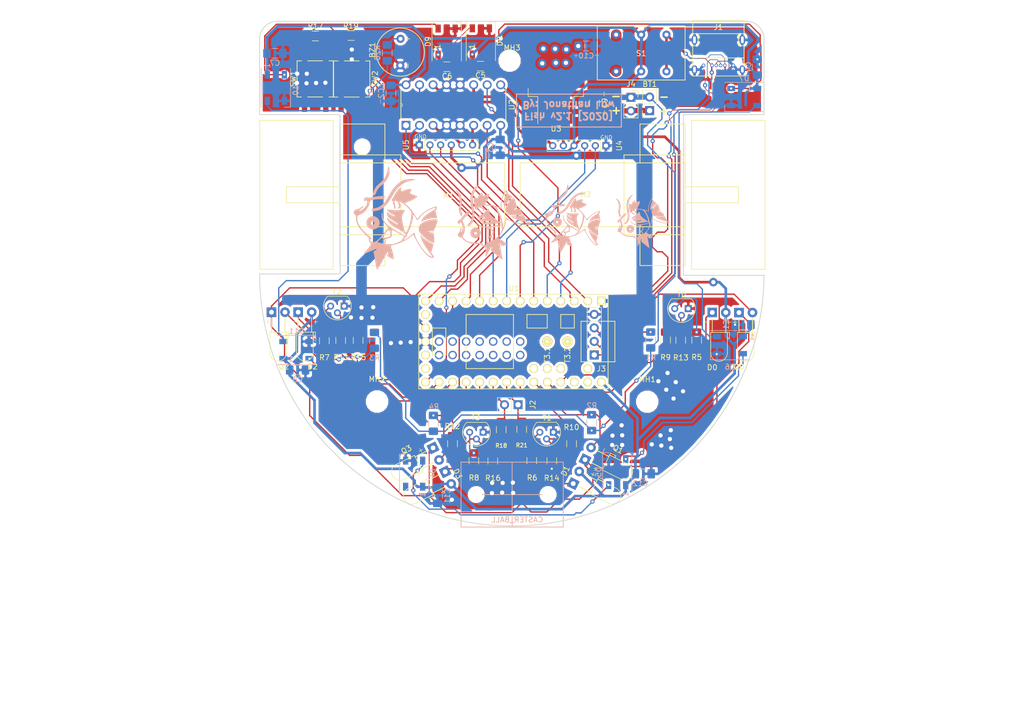
<source format=kicad_pcb>
(kicad_pcb (version 20171130) (host pcbnew "(5.0.2)-1")
  (layers (0 F.Cu signal) (31 B.Cu signal) (34 B.Paste user) (35 F.Paste user) (36 B.SilkS user) (37 F.SilkS user) (38 B.Mask user) (39 F.Mask user) (44 Edge.Cuts user))
  (net 0 "")
  (net 1 /vBatt)
  (net 2 /GND)
  (net 3 /3.3v)
  (net 4 /Reciever_0)
  (net 5 /Reciever_1)
  (net 6 /Reciever_2)
  (net 7 /Reciever_3)
  (net 8 /Emitter_0)
  (net 9 /Emitter_1)
  (net 10 /Emitter_3)
  (net 11 "Net-(U1-Pad18)")
  (net 12 "Net-(U1-Pad19)")
  (net 13 "Net-(U1-Pad15)")
  (net 14 /Emitter_2)
  (net 15 /M2_speed)
  (net 16 /M1_speed)
  (net 17 "Net-(U1-Pad31)")
  (net 18 "Net-(U1-Pad32)")
  (net 19 /5v)
  (net 20 "Net-(U1-Pad34)")
  (net 21 "Net-(U1-Pad35)")
  (net 22 "Net-(U1-Pad36)")
  (net 23 "Net-(U1-Pad37)")
  (net 24 "Net-(U1-Pad38)")
  (net 25 "Net-(U1-Pad39)")
  (net 26 "Net-(U1-Pad40)")
  (net 27 "Net-(U1-Pad41)")
  (net 28 "Net-(U1-Pad42)")
  (net 29 "Net-(U1-Pad43)")
  (net 30 "Net-(U1-Pad44)")
  (net 31 "Net-(U1-Pad45)")
  (net 32 "Net-(U1-Pad46)")
  (net 33 "Net-(U1-Pad47)")
  (net 34 "Net-(U1-Pad48)")
  (net 35 "Net-(U1-Pad49)")
  (net 36 "Net-(U1-Pad50)")
  (net 37 "Net-(U1-Pad51)")
  (net 38 "Net-(U1-Pad52)")
  (net 39 /M1_forward)
  (net 40 /OUT1)
  (net 41 /OUT2)
  (net 42 /M1_backward)
  (net 43 /M2_forward)
  (net 44 /OUT3)
  (net 45 /OUT4)
  (net 46 /M2_backward)
  (net 47 /M2_encoder_B)
  (net 48 /M2_encoder_A)
  (net 49 /M1_encoder_A)
  (net 50 /M1_encoder_B)
  (net 51 "Net-(BZ1-Pad1)")
  (net 52 /i2c_SCL)
  (net 53 /i2c_SDA)
  (net 54 /Buzzer)
  (net 55 /PUSH_SW)
  (net 56 "Net-(D0-Pad1)")
  (net 57 "Net-(D1-Pad1)")
  (net 58 "Net-(D2-Pad1)")
  (net 59 "Net-(D3-Pad1)")
  (net 60 "Net-(R5-Pad2)")
  (net 61 "Net-(R6-Pad2)")
  (net 62 "Net-(R7-Pad2)")
  (net 63 "Net-(R8-Pad2)")
  (net 64 "Net-(R13-Pad2)")
  (net 65 "Net-(R10-Pad1)")
  (net 66 "Net-(R11-Pad1)")
  (net 67 "Net-(R12-Pad1)")
  (net 68 "Net-(D6-Pad4)")
  (net 69 "Net-(D7-Pad4)")
  (net 70 "Net-(D8-Pad4)")
  (net 71 "Net-(D10-Pad2)")
  (net 72 "Net-(D10-Pad4)")
  (net 73 /RGB_DATA)
  (net 74 "Net-(D4-Pad2)")
  (net 75 "Net-(D4-Pad4)")
  (net 76 "Net-(D5-Pad4)")
  (net 77 /PUSH_SW1)
  (net 78 "Net-(SW1-Pad3)")
  (net 79 "Net-(SW1-Pad1)")
  (net 80 "Net-(SW2-Pad1)")
  (net 81 "Net-(SW2-Pad3)")
  (net 82 "Net-(C10-Pad1)")
  (net 83 /USB_VBUS)
  (net 84 /USB_D-)
  (net 85 /USB_D+)
  (module LED_THT:LED_D3.0mm_Horizontal_O3.81mm_Z2.0mm (layer F.Cu) (at 114.820189 109.344845)
    (fp_text reference Q2 (at 2.324611 10.238355 180) (layer F.SilkS))
    (fp_text value Q_Photo_NPN)
    (pad 1 thru_hole rect (at 0 0) (size 1.8 1.8) (drill 0.9) (layers *.Cu *.Mask) (net 3 /3.3v))
    (pad 2 thru_hole circle (at 2.54 0) (size 1.8 1.8) (drill 0.9) (layers *.Cu *.Mask) (net 6 /Reciever_2))
  )
  (module LED_THT:LED_D3.0mm_Horizontal_O3.81mm_Z2.0mm (layer F.Cu) (at 197.6247 109.3978)
    (fp_text reference D0 (at -0.0127 10.3378 180) (layer F.SilkS))
    (fp_text value IRL81A)
    (pad 2 thru_hole circle (at 2.54 0) (size 1.8 1.8) (drill 0.9) (layers *.Cu *.Mask) (net 19 /5v))
    (pad 1 thru_hole rect (at 0 0) (size 1.8 1.8) (drill 0.9) (layers *.Cu *.Mask) (net 56 "Net-(D0-Pad1)"))
  )
  (module misc:Mouse_caster (layer B.Cu) (at 160.0327 143.6243)
    (fp_text reference M3 hide)
    (fp_text value CASTER_BALL (at 0.9525 4.7117) (layer B.SilkS) (effects (justify mirror)))
    (pad "" np_thru_hole circle (at 6.75 0) (size 2.1844 2.1844) (drill 2.1844) (layers *.Cu *.Mask))
    (pad "" np_thru_hole circle (at -6.75 0) (size 2.1844 2.1844) (drill 2.1844) (layers *.Cu *.Mask))
  )
  (module LED_THT:LED_D3.0mm_Horizontal_O3.81mm_Z2.0mm (layer F.Cu) (at 173.7233 137.0584 63.5)
    (fp_text reference Q1 (at 4.502036 4.674892 153.5) (layer F.SilkS))
    (fp_text value Q_Photo_NPN)
    (pad 2 thru_hole circle (at 2.54 0 63.5) (size 1.8 1.8) (drill 0.9) (layers *.Cu *.Mask) (net 5 /Reciever_1))
    (pad 1 thru_hole rect (at 0 0 63.5) (size 1.8 1.8) (drill 0.9) (layers *.Cu *.Mask) (net 3 /3.3v))
  )
  (module Connector_PinSocket_2.54mm:PinSocket_1x02_P2.54mm_Vertical (layer F.Cu) (at 185.84926 71.44512 180)
    (fp_text reference BT1 (at -0.04064 4.97586 180) (layer F.SilkS))
    (fp_text value Battery_Cell)
    (pad 1 thru_hole rect (at 0 0 180) (size 1.7 1.7) (drill 1) (layers *.Cu *.Mask) (net 1 /vBatt))
    (pad 2 thru_hole oval (at 0 2.54 180) (size 1.7 1.7) (drill 1) (layers *.Cu *.Mask) (net 2 /GND))
  )
  (module LED_THT:LED_D3.0mm_Horizontal_O3.81mm_Z2.0mm (layer F.Cu) (at 171.5008 141.5669 63.5)
    (fp_text reference D1 (at 1.479374 -2.355361 63.5) (layer F.SilkS))
    (fp_text value IRL81A)
    (pad 1 thru_hole rect (at 0 0 63.5) (size 1.8 1.8) (drill 0.9) (layers *.Cu *.Mask) (net 57 "Net-(D1-Pad1)"))
    (pad 2 thru_hole circle (at 2.54 0 63.5) (size 1.8 1.8) (drill 0.9) (layers *.Cu *.Mask) (net 19 /5v))
  )
  (module LED_THT:LED_D3.0mm_Horizontal_O3.81mm_Z2.0mm (layer F.Cu) (at 119.8372 109.3343)
    (fp_text reference D2 (at 2.6924 10.2489 180) (layer F.SilkS))
    (fp_text value IRL81A)
    (pad 2 thru_hole circle (at 2.54 0) (size 1.8 1.8) (drill 0.9) (layers *.Cu *.Mask) (net 19 /5v))
    (pad 1 thru_hole rect (at 0 0) (size 1.8 1.8) (drill 0.9) (layers *.Cu *.Mask) (net 58 "Net-(D2-Pad1)"))
  )
  (module LED_THT:LED_D3.0mm_Horizontal_O3.81mm_Z2.0mm (layer F.Cu) (at 147.447 139.3444 296.5)
    (fp_text reference D3 (at 1.372312 -1.89855 296.5) (layer F.SilkS))
    (fp_text value IRL81A)
    (pad 1 thru_hole rect (at 0 0 296.5) (size 1.8 1.8) (drill 0.9) (layers *.Cu *.Mask) (net 59 "Net-(D3-Pad1)"))
    (pad 2 thru_hole circle (at 2.54 0 296.5) (size 1.8 1.8) (drill 0.9) (layers *.Cu *.Mask) (net 19 /5v))
  )
  (module LED_THT:LED_D3.0mm_Horizontal_O3.81mm_Z2.0mm (layer F.Cu) (at 202.637877 109.413445)
    (fp_text reference Q0 (at 0.003323 10.220555 180) (layer F.SilkS))
    (fp_text value Q_Photo_NPN)
    (pad 1 thru_hole rect (at 0 0) (size 1.8 1.8) (drill 0.9) (layers *.Cu *.Mask) (net 3 /3.3v))
    (pad 2 thru_hole circle (at 2.54 0) (size 1.8 1.8) (drill 0.9) (layers *.Cu *.Mask) (net 4 /Reciever_0))
  )
  (module LED_THT:LED_D3.0mm_Horizontal_O3.81mm_Z2.0mm (layer F.Cu) (at 145.170658 134.848767 296.5)
    (fp_text reference Q3 (at -1.916645 4.635083 26.5) (layer F.SilkS))
    (fp_text value Q_Photo_NPN)
    (pad 2 thru_hole circle (at 2.54 0 296.5) (size 1.8 1.8) (drill 0.9) (layers *.Cu *.Mask) (net 7 /Reciever_3))
    (pad 1 thru_hole rect (at 0 0 296.5) (size 1.8 1.8) (drill 0.9) (layers *.Cu *.Mask) (net 3 /3.3v))
  )
  (module teensy:Teensy30_31_32_LC (layer F.Cu) (at 160.274 114.8588 180)
    (fp_text reference U1 (at -0.08128 9.97966 180) (layer F.SilkS))
    (fp_text value Teensy3.2)
    (fp_text user T3.2 (at -10.16 -2.54 270) (layer F.SilkS))
    (fp_text user T3.1 (at -6.35 -2.54 270) (layer F.SilkS))
    (pad 17 thru_hole circle (at 16.51 0 180) (size 1.6 1.6) (drill 1.1) (layers *.Cu *.Mask F.SilkS) (net 2 /GND))
    (pad 18 thru_hole circle (at 16.51 -2.54 180) (size 1.6 1.6) (drill 1.1) (layers *.Cu *.Mask F.SilkS) (net 11 "Net-(U1-Pad18)"))
    (pad 19 thru_hole circle (at 16.51 -5.08 180) (size 1.6 1.6) (drill 1.1) (layers *.Cu *.Mask F.SilkS) (net 12 "Net-(U1-Pad19)"))
    (pad 20 thru_hole circle (at 16.51 -7.62 180) (size 1.6 1.6) (drill 1.1) (layers *.Cu *.Mask F.SilkS) (net 54 /Buzzer))
    (pad 16 thru_hole circle (at 16.51 2.54 180) (size 1.6 1.6) (drill 1.1) (layers *.Cu *.Mask F.SilkS) (net 3 /3.3v))
    (pad 15 thru_hole circle (at 16.51 5.08 180) (size 1.6 1.6) (drill 1.1) (layers *.Cu *.Mask F.SilkS) (net 13 "Net-(U1-Pad15)"))
    (pad 14 thru_hole circle (at 16.51 7.62 180) (size 1.6 1.6) (drill 1.1) (layers *.Cu *.Mask F.SilkS) (net 55 /PUSH_SW))
    (pad 21 thru_hole circle (at 13.97 -7.62 180) (size 1.6 1.6) (drill 1.1) (layers *.Cu *.Mask F.SilkS) (net 6 /Reciever_2))
    (pad 22 thru_hole circle (at 11.43 -7.62 180) (size 1.6 1.6) (drill 1.1) (layers *.Cu *.Mask F.SilkS) (net 14 /Emitter_2))
    (pad 23 thru_hole circle (at 8.89 -7.62 180) (size 1.6 1.6) (drill 1.1) (layers *.Cu *.Mask F.SilkS) (net 7 /Reciever_3))
    (pad 24 thru_hole circle (at 6.35 -7.62 180) (size 1.6 1.6) (drill 1.1) (layers *.Cu *.Mask F.SilkS) (net 10 /Emitter_3))
    (pad 25 thru_hole circle (at 3.81 -7.62 180) (size 1.6 1.6) (drill 1.1) (layers *.Cu *.Mask F.SilkS) (net 53 /i2c_SDA))
    (pad 26 thru_hole circle (at 1.27 -7.62 180) (size 1.6 1.6) (drill 1.1) (layers *.Cu *.Mask F.SilkS) (net 52 /i2c_SCL))
    (pad 27 thru_hole circle (at -1.27 -7.62 180) (size 1.6 1.6) (drill 1.1) (layers *.Cu *.Mask F.SilkS) (net 9 /Emitter_1))
    (pad 28 thru_hole circle (at -3.81 -7.62 180) (size 1.6 1.6) (drill 1.1) (layers *.Cu *.Mask F.SilkS) (net 5 /Reciever_1))
    (pad 29 thru_hole circle (at -6.35 -7.62 180) (size 1.6 1.6) (drill 1.1) (layers *.Cu *.Mask F.SilkS) (net 8 /Emitter_0))
    (pad 30 thru_hole circle (at -8.89 -7.62 180) (size 1.6 1.6) (drill 1.1) (layers *.Cu *.Mask F.SilkS) (net 4 /Reciever_0))
    (pad 31 thru_hole circle (at -11.43 -7.62 180) (size 1.6 1.6) (drill 1.1) (layers *.Cu *.Mask F.SilkS) (net 17 "Net-(U1-Pad31)"))
    (pad 32 thru_hole circle (at -13.97 -7.62 180) (size 1.6 1.6) (drill 1.1) (layers *.Cu *.Mask F.SilkS) (net 18 "Net-(U1-Pad32)"))
    (pad 33 thru_hole circle (at -16.51 -7.62 180) (size 1.6 1.6) (drill 1.1) (layers *.Cu *.Mask F.SilkS) (net 19 /5v))
    (pad 34 thru_hole circle (at -13.97 -5.08 180) (size 1.6 1.6) (drill 1.1) (layers *.Cu *.Mask F.SilkS) (net 20 "Net-(U1-Pad34)"))
    (pad 35 thru_hole circle (at -8.89 -5.08 180) (size 1.6 1.6) (drill 1.1) (layers *.Cu *.Mask F.SilkS) (net 21 "Net-(U1-Pad35)"))
    (pad 36 thru_hole circle (at -6.35 -5.08 180) (size 1.6 1.6) (drill 1.1) (layers *.Cu *.Mask F.SilkS) (net 22 "Net-(U1-Pad36)"))
    (pad 37 thru_hole circle (at -3.81 -5.08 180) (size 1.6 1.6) (drill 1.1) (layers *.Cu *.Mask F.SilkS) (net 23 "Net-(U1-Pad37)"))
    (pad 13 thru_hole circle (at 13.97 7.62 180) (size 1.6 1.6) (drill 1.1) (layers *.Cu *.Mask F.SilkS) (net 77 /PUSH_SW1))
    (pad 12 thru_hole circle (at 11.43 7.62 180) (size 1.6 1.6) (drill 1.1) (layers *.Cu *.Mask F.SilkS) (net 73 /RGB_DATA))
    (pad 11 thru_hole circle (at 8.89 7.62 180) (size 1.6 1.6) (drill 1.1) (layers *.Cu *.Mask F.SilkS) (net 50 /M1_encoder_B))
    (pad 10 thru_hole circle (at 6.35 7.62 180) (size 1.6 1.6) (drill 1.1) (layers *.Cu *.Mask F.SilkS) (net 49 /M1_encoder_A))
    (pad 9 thru_hole circle (at 3.81 7.62 180) (size 1.6 1.6) (drill 1.1) (layers *.Cu *.Mask F.SilkS) (net 48 /M2_encoder_A))
    (pad 8 thru_hole circle (at 1.27 7.62 180) (size 1.6 1.6) (drill 1.1) (layers *.Cu *.Mask F.SilkS) (net 47 /M2_encoder_B))
    (pad 7 thru_hole circle (at -1.27 7.62 180) (size 1.6 1.6) (drill 1.1) (layers *.Cu *.Mask F.SilkS) (net 15 /M2_speed))
    (pad 6 thru_hole circle (at -3.81 7.62 180) (size 1.6 1.6) (drill 1.1) (layers *.Cu *.Mask F.SilkS) (net 16 /M1_speed))
    (pad 5 thru_hole circle (at -6.35 7.62 180) (size 1.6 1.6) (drill 1.1) (layers *.Cu *.Mask F.SilkS) (net 46 /M2_backward))
    (pad 4 thru_hole circle (at -8.89 7.62 180) (size 1.6 1.6) (drill 1.1) (layers *.Cu *.Mask F.SilkS) (net 43 /M2_forward))
    (pad 3 thru_hole circle (at -11.43 7.62 180) (size 1.6 1.6) (drill 1.1) (layers *.Cu *.Mask F.SilkS) (net 39 /M1_forward))
    (pad 2 thru_hole circle (at -13.97 7.62 180) (size 1.6 1.6) (drill 1.1) (layers *.Cu *.Mask F.SilkS) (net 42 /M1_backward))
    (pad 1 thru_hole rect (at -16.51 7.62 180) (size 1.6 1.6) (drill 1.1) (layers *.Cu *.Mask F.SilkS) (net 2 /GND))
    (pad 38 thru_hole circle (at -1.27 0 180) (size 1.6 1.6) (drill 1.1) (layers *.Cu *.Mask) (net 24 "Net-(U1-Pad38)"))
    (pad 39 thru_hole circle (at 1.27 0 180) (size 1.6 1.6) (drill 1.1) (layers *.Cu *.Mask) (net 25 "Net-(U1-Pad39)"))
    (pad 40 thru_hole circle (at 3.81 0 180) (size 1.6 1.6) (drill 1.1) (layers *.Cu *.Mask) (net 26 "Net-(U1-Pad40)"))
    (pad 41 thru_hole circle (at 6.35 0 180) (size 1.6 1.6) (drill 1.1) (layers *.Cu *.Mask) (net 27 "Net-(U1-Pad41)"))
    (pad 42 thru_hole circle (at 8.89 0 180) (size 1.6 1.6) (drill 1.1) (layers *.Cu *.Mask) (net 28 "Net-(U1-Pad42)"))
    (pad 43 thru_hole circle (at 11.43 0 180) (size 1.6 1.6) (drill 1.1) (layers *.Cu *.Mask) (net 29 "Net-(U1-Pad43)"))
    (pad 44 thru_hole circle (at 13.97 0 180) (size 1.6 1.6) (drill 1.1) (layers *.Cu *.Mask) (net 30 "Net-(U1-Pad44)"))
    (pad 45 thru_hole circle (at 13.97 -2.54 180) (size 1.6 1.6) (drill 1.1) (layers *.Cu *.Mask) (net 31 "Net-(U1-Pad45)"))
    (pad 46 thru_hole circle (at 11.43 -2.54 180) (size 1.6 1.6) (drill 1.1) (layers *.Cu *.Mask) (net 32 "Net-(U1-Pad46)"))
    (pad 47 thru_hole circle (at 8.89 -2.54 180) (size 1.6 1.6) (drill 1.1) (layers *.Cu *.Mask) (net 33 "Net-(U1-Pad47)"))
    (pad 48 thru_hole circle (at 6.35 -2.54 180) (size 1.6 1.6) (drill 1.1) (layers *.Cu *.Mask) (net 34 "Net-(U1-Pad48)"))
    (pad 49 thru_hole circle (at 3.81 -2.54 180) (size 1.6 1.6) (drill 1.1) (layers *.Cu *.Mask) (net 35 "Net-(U1-Pad49)"))
    (pad 50 thru_hole circle (at 1.27 -2.54 180) (size 1.6 1.6) (drill 1.1) (layers *.Cu *.Mask) (net 36 "Net-(U1-Pad50)"))
    (pad 51 thru_hole circle (at -1.27 -2.54 180) (size 1.6 1.6) (drill 1.1) (layers *.Cu *.Mask) (net 37 "Net-(U1-Pad51)"))
    (pad 52 thru_hole circle (at -6.35 0 180) (size 1.9 1.9) (drill 0.5) (layers *.Cu *.Mask F.SilkS) (net 38 "Net-(U1-Pad52)"))
    (pad 52 thru_hole circle (at -10.16 0 180) (size 1.9 1.9) (drill 0.5) (layers *.Cu *.Mask F.SilkS) (net 38 "Net-(U1-Pad52)"))
  )
  (module SN754410NE.kicad_mod:DIP254P762X508-16 (layer F.Cu) (at 157.87878 66.59372 90)
    (fp_text reference U2 (at -3.74396 2.10566 90) (layer F.SilkS))
    (fp_text value SN754410NE hide)
    (pad 1 thru_hole rect (at -7.62 -17.78 90) (size 1.6764 1.6764) (drill 1.1176) (layers *.Cu *.Mask) (net 16 /M1_speed))
    (pad 2 thru_hole circle (at -7.62 -15.24 90) (size 1.6764 1.6764) (drill 1.1176) (layers *.Cu *.Mask) (net 39 /M1_forward))
    (pad 3 thru_hole circle (at -7.62 -12.7 90) (size 1.6764 1.6764) (drill 1.1176) (layers *.Cu *.Mask) (net 40 /OUT1))
    (pad 4 thru_hole circle (at -7.62 -10.16 90) (size 1.6764 1.6764) (drill 1.1176) (layers *.Cu *.Mask) (net 2 /GND))
    (pad 5 thru_hole circle (at -7.62 -7.62 90) (size 1.6764 1.6764) (drill 1.1176) (layers *.Cu *.Mask) (net 2 /GND))
    (pad 6 thru_hole circle (at -7.62 -5.08 90) (size 1.6764 1.6764) (drill 1.1176) (layers *.Cu *.Mask) (net 41 /OUT2))
    (pad 7 thru_hole circle (at -7.62 -2.54 90) (size 1.6764 1.6764) (drill 1.1176) (layers *.Cu *.Mask) (net 42 /M1_backward))
    (pad 8 thru_hole circle (at -7.62 0 90) (size 1.6764 1.6764) (drill 1.1176) (layers *.Cu *.Mask) (net 19 /5v))
    (pad 9 thru_hole circle (at 0 0 90) (size 1.6764 1.6764) (drill 1.1176) (layers *.Cu *.Mask) (net 15 /M2_speed))
    (pad 10 thru_hole circle (at 0 -2.54 90) (size 1.6764 1.6764) (drill 1.1176) (layers *.Cu *.Mask) (net 43 /M2_forward))
    (pad 11 thru_hole circle (at 0 -5.08 90) (size 1.6764 1.6764) (drill 1.1176) (layers *.Cu *.Mask) (net 44 /OUT3))
    (pad 12 thru_hole circle (at 0 -7.62 90) (size 1.6764 1.6764) (drill 1.1176) (layers *.Cu *.Mask) (net 2 /GND))
    (pad 13 thru_hole circle (at 0 -10.16 90) (size 1.6764 1.6764) (drill 1.1176) (layers *.Cu *.Mask) (net 2 /GND))
    (pad 14 thru_hole circle (at 0 -12.7 90) (size 1.6764 1.6764) (drill 1.1176) (layers *.Cu *.Mask) (net 45 /OUT4))
    (pad 15 thru_hole circle (at 0 -15.24 90) (size 1.6764 1.6764) (drill 1.1176) (layers *.Cu *.Mask) (net 46 /M2_backward))
    (pad 16 thru_hole circle (at 0 -17.78 90) (size 1.6764 1.6764) (drill 1.1176) (layers *.Cu *.Mask) (net 19 /5v))
  )
  (module misc:Motor_mouse (layer F.Cu) (at 158.623 87.2744)
    (fp_text reference M1 (at -10.5537 0.18796) (layer F.SilkS))
    (fp_text value Motor_DC)
    (pad "" np_thru_hole circle (at -26.75 9) (size 2.1844 2.1844) (drill 2.1844) (layers *.Cu *.Mask))
    (pad "" np_thru_hole circle (at -26.75 -9) (size 2.1844 2.1844) (drill 2.1844) (layers *.Cu *.Mask))
  )
  (module misc:Motor_mouse (layer F.Cu) (at 161.544 87.2744 180)
    (fp_text reference M2 (at -12.2809 0.04064 180) (layer F.SilkS))
    (fp_text value Motor_DC)
    (pad "" np_thru_hole circle (at -26.75 9 180) (size 2.1844 2.1844) (drill 2.1844) (layers *.Cu *.Mask))
    (pad "" np_thru_hole circle (at -26.75 -9 180) (size 2.1844 2.1844) (drill 2.1844) (layers *.Cu *.Mask))
  )
  (module "misc:9x5.5mm Buzzer" (layer F.Cu) (at 139.0142 60.452 90)
    (fp_text reference BZ1 (at 0.40132 -5.23494 270) (layer F.SilkS))
    (fp_text value Buzzer)
    (fp_text user - (at -2.55 1.35 90) (layer F.SilkS))
    (fp_text user + (at 2.5 1.3 90) (layer F.SilkS))
    (pad 2 thru_hole circle (at -2.5 0 90) (size 1.524 1.524) (drill 0.762) (layers *.Cu *.Mask) (net 2 /GND))
    (pad 1 thru_hole circle (at 2.5 0.05 90) (size 1.524 1.524) (drill 0.762) (layers *.Cu *.Mask) (net 51 "Net-(BZ1-Pad1)"))
  )
  (module "misc:TN0104(TO-92)" (layer F.Cu) (at 193.11366 108.66628 180)
    (fp_text reference T0 (at 1.23952 2.68224 180) (layer F.SilkS))
    (fp_text value Q_NMOS_DGS)
    (pad 3 thru_hole rect (at 0 0 270) (size 1.3 1.3) (drill 0.75) (layers *.Cu *.Mask) (net 2 /GND))
    (pad 1 thru_hole circle (at 2.54 0 270) (size 1.3 1.3) (drill 0.75) (layers *.Cu *.Mask) (net 60 "Net-(R5-Pad2)"))
    (pad 2 thru_hole circle (at 1.27 -1.27 270) (size 1.3 1.3) (drill 0.75) (layers *.Cu *.Mask) (net 64 "Net-(R13-Pad2)"))
  )
  (module "misc:TN0104(TO-92)" (layer F.Cu) (at 167.77462 131.89712 180)
    (fp_text reference T1 (at 1.1938 2.68224 180) (layer F.SilkS))
    (fp_text value Q_NMOS_DGS)
    (pad 2 thru_hole circle (at 1.27 -1.27 270) (size 1.3 1.3) (drill 0.75) (layers *.Cu *.Mask) (net 65 "Net-(R10-Pad1)"))
    (pad 1 thru_hole circle (at 2.54 0 270) (size 1.3 1.3) (drill 0.75) (layers *.Cu *.Mask) (net 61 "Net-(R6-Pad2)"))
    (pad 3 thru_hole rect (at 0 0 270) (size 1.3 1.3) (drill 0.75) (layers *.Cu *.Mask) (net 2 /GND))
  )
  (module "misc:TN0104(TO-92)" (layer F.Cu) (at 128.47574 108.19638 180)
    (fp_text reference T2 (at 1.37414 2.65684 180) (layer F.SilkS))
    (fp_text value Q_NMOS_DGS)
    (pad 2 thru_hole circle (at 1.27 -1.27 270) (size 1.3 1.3) (drill 0.75) (layers *.Cu *.Mask) (net 66 "Net-(R11-Pad1)"))
    (pad 1 thru_hole circle (at 2.54 0 270) (size 1.3 1.3) (drill 0.75) (layers *.Cu *.Mask) (net 62 "Net-(R7-Pad2)"))
    (pad 3 thru_hole rect (at 0 0 270) (size 1.3 1.3) (drill 0.75) (layers *.Cu *.Mask) (net 2 /GND))
  )
  (module "misc:TN0104(TO-92)" (layer F.Cu) (at 154.5844 131.90982 180)
    (fp_text reference T3 (at 1.37922 2.78638 180) (layer F.SilkS))
    (fp_text value Q_NMOS_DGS)
    (pad 3 thru_hole rect (at 0 0 270) (size 1.3 1.3) (drill 0.75) (layers *.Cu *.Mask) (net 2 /GND))
    (pad 1 thru_hole circle (at 2.54 0 270) (size 1.3 1.3) (drill 0.75) (layers *.Cu *.Mask) (net 63 "Net-(R8-Pad2)"))
    (pad 2 thru_hole circle (at 1.27 -1.27 270) (size 1.3 1.3) (drill 0.75) (layers *.Cu *.Mask) (net 67 "Net-(R12-Pad1)"))
  )
  (module Connector_PinSocket_2.54mm:PinSocket_1x02_P2.54mm_Vertical (layer F.Cu) (at 161.14014 126.7333 270)
    (fp_text reference J2 (at 0 -2.77 270) (layer F.SilkS))
    (fp_text value BT_Conn)
    (pad 2 thru_hole oval (at 0 2.54 270) (size 1.7 1.7) (drill 1) (layers *.Cu *.Mask) (net 53 /i2c_SDA))
    (pad 1 thru_hole rect (at 0 0 270) (size 1.7 1.7) (drill 1) (layers *.Cu *.Mask) (net 52 /i2c_SCL))
  )
  (module Connector_PinSocket_2.54mm:PinSocket_1x02_P2.54mm_Vertical (layer F.Cu) (at 182.34406 68.95592)
    (fp_text reference J4 (at 0.01524 -2.5019 180) (layer F.SilkS))
    (fp_text value I2C_Conn)
    (pad 1 thru_hole rect (at 0 0) (size 1.7 1.7) (drill 1) (layers *.Cu *.Mask) (net 2 /GND))
    (pad 2 thru_hole oval (at 0 2.54) (size 1.7 1.7) (drill 1) (layers *.Cu *.Mask) (net 1 /vBatt))
  )
  (module LED_SMD:LED_WS2812B_PLCC4_5.0x5.0mm_P3.2mm (layer B.Cu) (at 200.94448 115.53952 180)
    (fp_text reference D6 (at 0.0127 -4.09448 180) (layer B.SilkS) (effects (justify mirror)))
    (fp_text value WS2812B)
    (fp_text user 1 (at -4.15 1.6 180) (layer B.SilkS) (effects (justify mirror)))
    (pad 3 smd rect (at 2.45 -1.6 180) (size 1.5 1) (layers B.Cu B.Paste B.Mask) (net 2 /GND))
    (pad 4 smd rect (at 2.45 1.6 180) (size 1.5 1) (layers B.Cu B.Paste B.Mask) (net 68 "Net-(D6-Pad4)"))
    (pad 2 smd rect (at -2.45 -1.6 180) (size 1.5 1) (layers B.Cu B.Paste B.Mask) (net 76 "Net-(D5-Pad4)"))
    (pad 1 smd rect (at -2.45 1.6 180) (size 1.5 1) (layers B.Cu B.Paste B.Mask) (net 19 /5v))
  )
  (module LED_SMD:LED_WS2812B_PLCC4_5.0x5.0mm_P3.2mm (layer B.Cu) (at 203.61656 68.88988 180)
    (fp_text reference D7 (at 0 3.5 180) (layer B.SilkS) (effects (justify mirror)))
    (fp_text value WS2812B)
    (fp_text user 1 (at -0.99822 1.66878 180) (layer B.SilkS) (effects (justify mirror)))
    (pad 1 smd rect (at -2.45 1.6 180) (size 1.5 1) (layers B.Cu B.Paste B.Mask) (net 19 /5v))
    (pad 2 smd rect (at -2.45 -1.6 180) (size 1.5 1) (layers B.Cu B.Paste B.Mask) (net 68 "Net-(D6-Pad4)"))
    (pad 4 smd rect (at 2.45 1.6 180) (size 1.5 1) (layers B.Cu B.Paste B.Mask) (net 69 "Net-(D7-Pad4)"))
    (pad 3 smd rect (at 2.45 -1.6 180) (size 1.5 1) (layers B.Cu B.Paste B.Mask) (net 2 /GND))
  )
  (module LED_SMD:LED_WS2812B_PLCC4_5.0x5.0mm_P3.2mm (layer F.Cu) (at 154.1526 58.43016 90)
    (fp_text reference D8 (at 0.03556 3.58648 90) (layer F.SilkS))
    (fp_text value WS2812B)
    (fp_text user 1 (at -0.97028 -1.65354 90) (layer F.SilkS))
    (pad 3 smd rect (at 2.45 1.6 90) (size 1.5 1) (layers F.Cu F.Paste F.Mask) (net 2 /GND))
    (pad 4 smd rect (at 2.45 -1.6 90) (size 1.5 1) (layers F.Cu F.Paste F.Mask) (net 70 "Net-(D8-Pad4)"))
    (pad 2 smd rect (at -2.45 1.6 90) (size 1.5 1) (layers F.Cu F.Paste F.Mask) (net 69 "Net-(D7-Pad4)"))
    (pad 1 smd rect (at -2.45 -1.6 90) (size 1.5 1) (layers F.Cu F.Paste F.Mask) (net 19 /5v))
  )
  (module LED_SMD:LED_WS2812B_PLCC4_5.0x5.0mm_P3.2mm (layer F.Cu) (at 147.73148 58.47588 90)
    (fp_text reference D9 (at 0 -3.5 90) (layer F.SilkS))
    (fp_text value WS2812B)
    (fp_text user 1 (at -0.9525 -1.69926 90) (layer F.SilkS))
    (pad 1 smd rect (at -2.45 -1.6 90) (size 1.5 1) (layers F.Cu F.Paste F.Mask) (net 19 /5v))
    (pad 2 smd rect (at -2.45 1.6 90) (size 1.5 1) (layers F.Cu F.Paste F.Mask) (net 70 "Net-(D8-Pad4)"))
    (pad 4 smd rect (at 2.45 -1.6 90) (size 1.5 1) (layers F.Cu F.Paste F.Mask) (net 71 "Net-(D10-Pad2)"))
    (pad 3 smd rect (at 2.45 1.6 90) (size 1.5 1) (layers F.Cu F.Paste F.Mask) (net 2 /GND))
  )
  (module LED_SMD:LED_WS2812B_PLCC4_5.0x5.0mm_P3.2mm (layer B.Cu) (at 115.64366 67.14744 270)
    (fp_text reference D10 (at -0.00254 -3.7338 270) (layer B.SilkS) (effects (justify mirror)))
    (fp_text value WS2812B)
    (fp_text user 1 (at -4.15 1.6 270) (layer B.SilkS) (effects (justify mirror)))
    (pad 3 smd rect (at 2.45 -1.6 270) (size 1.5 1) (layers B.Cu B.Paste B.Mask) (net 2 /GND))
    (pad 4 smd rect (at 2.45 1.6 270) (size 1.5 1) (layers B.Cu B.Paste B.Mask) (net 72 "Net-(D10-Pad4)"))
    (pad 2 smd rect (at -2.45 -1.6 270) (size 1.5 1) (layers B.Cu B.Paste B.Mask) (net 71 "Net-(D10-Pad2)"))
    (pad 1 smd rect (at -2.45 1.6 270) (size 1.5 1) (layers B.Cu B.Paste B.Mask) (net 19 /5v))
  )
  (module LED_SMD:LED_WS2812B_PLCC4_5.0x5.0mm_P3.2mm (layer B.Cu) (at 119.4943 116.45392)
    (fp_text reference D11 (at 0.00508 -3.55092) (layer B.SilkS) (effects (justify mirror)))
    (fp_text value WS2812B)
    (fp_text user 1 (at -1.02362 1.63068) (layer B.SilkS) (effects (justify mirror)))
    (pad 1 smd rect (at -2.45 1.6) (size 1.5 1) (layers B.Cu B.Paste B.Mask) (net 19 /5v))
    (pad 2 smd rect (at -2.45 -1.6) (size 1.5 1) (layers B.Cu B.Paste B.Mask) (net 72 "Net-(D10-Pad4)"))
    (pad 4 smd rect (at 2.45 1.6) (size 1.5 1) (layers B.Cu B.Paste B.Mask) (net 73 /RGB_DATA))
    (pad 3 smd rect (at 2.45 -1.6) (size 1.5 1) (layers B.Cu B.Paste B.Mask) (net 2 /GND))
  )
  (module Connector_PinSocket_2.00mm:PinSocket_1x06_P2.00mm_Vertical (layer F.Cu) (at 177.65524 78.03896 270)
    (fp_text reference U4 (at 0 -2.5 270) (layer F.SilkS))
    (fp_text value Encoder_3081)
    (pad 6 thru_hole oval (at 0 10 270) (size 1.35 1.35) (drill 0.8) (layers *.Cu *.Mask) (net 45 /OUT4))
    (pad 5 thru_hole oval (at 0 8 270) (size 1.35 1.35) (drill 0.8) (layers *.Cu *.Mask) (net 44 /OUT3))
    (pad 4 thru_hole oval (at 0 6 270) (size 1.35 1.35) (drill 0.8) (layers *.Cu *.Mask) (net 19 /5v))
    (pad 3 thru_hole oval (at 0 4 270) (size 1.35 1.35) (drill 0.8) (layers *.Cu *.Mask) (net 48 /M2_encoder_A))
    (pad 2 thru_hole oval (at 0 2 270) (size 1.35 1.35) (drill 0.8) (layers *.Cu *.Mask) (net 47 /M2_encoder_B))
    (pad 1 thru_hole rect (at 0 0 270) (size 1.35 1.35) (drill 0.8) (layers *.Cu *.Mask) (net 2 /GND))
  )
  (module Connector_PinSocket_2.00mm:PinSocket_1x06_P2.00mm_Vertical (layer F.Cu) (at 142.5956 77.9018 90)
    (fp_text reference U5 (at 0 -2.5 90) (layer F.SilkS))
    (fp_text value Encoder_3081)
    (pad 1 thru_hole rect (at 0 0 90) (size 1.35 1.35) (drill 0.8) (layers *.Cu *.Mask) (net 2 /GND))
    (pad 2 thru_hole oval (at 0 2 90) (size 1.35 1.35) (drill 0.8) (layers *.Cu *.Mask) (net 50 /M1_encoder_B))
    (pad 3 thru_hole oval (at 0 4 90) (size 1.35 1.35) (drill 0.8) (layers *.Cu *.Mask) (net 49 /M1_encoder_A))
    (pad 4 thru_hole oval (at 0 6 90) (size 1.35 1.35) (drill 0.8) (layers *.Cu *.Mask) (net 19 /5v))
    (pad 5 thru_hole oval (at 0 8 90) (size 1.35 1.35) (drill 0.8) (layers *.Cu *.Mask) (net 40 /OUT1))
    (pad 6 thru_hole oval (at 0 10 90) (size 1.35 1.35) (drill 0.8) (layers *.Cu *.Mask) (net 41 /OUT2))
  )
  (module Capacitor_SMD:C_1206_3216Metric_Pad1.42x1.75mm_HandSolder (layer B.Cu) (at 203.39812 111.69142 180)
    (fp_text reference C1 (at 3.1496 0.02032 270) (layer B.SilkS) (effects (justify mirror)))
    (fp_text value 0.1uF)
    (pad 1 smd roundrect (at -1.4875 0 180) (size 1.425 1.75) (layers B.Cu B.Paste B.Mask) (roundrect_rratio 0.175439) (net 19 /5v))
    (pad 2 smd roundrect (at 1.4875 0 180) (size 1.425 1.75) (layers B.Cu B.Paste B.Mask) (roundrect_rratio 0.175439) (net 2 /GND))
  )
  (module Capacitor_SMD:C_1206_3216Metric_Pad1.42x1.75mm_HandSolder (layer B.Cu) (at 137.2616 68.1736 270)
    (fp_text reference C2 (at 0 1.82 270) (layer B.SilkS) (effects (justify mirror)))
    (fp_text value 0.1uF)
    (pad 1 smd roundrect (at -1.4875 0 270) (size 1.425 1.75) (layers B.Cu B.Paste B.Mask) (roundrect_rratio 0.175439) (net 19 /5v))
    (pad 2 smd roundrect (at 1.4875 0 270) (size 1.425 1.75) (layers B.Cu B.Paste B.Mask) (roundrect_rratio 0.175439) (net 2 /GND))
  )
  (module Capacitor_SMD:C_1206_3216Metric_Pad1.42x1.75mm_HandSolder (layer B.Cu) (at 157.78226 78.3574 270)
    (fp_text reference C3 (at 0 1.82 270) (layer B.SilkS) (effects (justify mirror)))
    (fp_text value 1.0uF)
    (pad 2 smd roundrect (at 1.4875 0 270) (size 1.425 1.75) (layers B.Cu B.Paste B.Mask) (roundrect_rratio 0.175439) (net 2 /GND))
    (pad 1 smd roundrect (at -1.4875 0 270) (size 1.425 1.75) (layers B.Cu B.Paste B.Mask) (roundrect_rratio 0.175439) (net 19 /5v))
  )
  (module Capacitor_SMD:C_1206_3216Metric_Pad1.42x1.75mm_HandSolder (layer B.Cu) (at 206.0829 63.27648 90)
    (fp_text reference C4 (at 0.05334 -1.66878 90) (layer B.SilkS) (effects (justify mirror)))
    (fp_text value 0.1uF)
    (pad 2 smd roundrect (at 1.4875 0 90) (size 1.425 1.75) (layers B.Cu B.Paste B.Mask) (roundrect_rratio 0.175439) (net 2 /GND))
    (pad 1 smd roundrect (at -1.4875 0 90) (size 1.425 1.75) (layers B.Cu B.Paste B.Mask) (roundrect_rratio 0.175439) (net 19 /5v))
  )
  (module Capacitor_SMD:C_1206_3216Metric_Pad1.42x1.75mm_HandSolder (layer F.Cu) (at 154.08148 63.09614)
    (fp_text reference C5 (at 0.0127 1.74244) (layer F.SilkS))
    (fp_text value 0.1uF)
    (pad 2 smd roundrect (at 1.4875 0) (size 1.425 1.75) (layers F.Cu F.Paste F.Mask) (roundrect_rratio 0.175439) (net 2 /GND))
    (pad 1 smd roundrect (at -1.4875 0) (size 1.425 1.75) (layers F.Cu F.Paste F.Mask) (roundrect_rratio 0.175439) (net 19 /5v))
  )
  (module Capacitor_SMD:C_1206_3216Metric_Pad1.42x1.75mm_HandSolder (layer F.Cu) (at 147.77466 63.20282)
    (fp_text reference C6 (at 0.04064 1.7653) (layer F.SilkS))
    (fp_text value 0.1uF)
    (pad 2 smd roundrect (at 1.4875 0) (size 1.425 1.75) (layers F.Cu F.Paste F.Mask) (roundrect_rratio 0.175439) (net 2 /GND))
    (pad 1 smd roundrect (at -1.4875 0) (size 1.425 1.75) (layers F.Cu F.Paste F.Mask) (roundrect_rratio 0.175439) (net 19 /5v))
  )
  (module Capacitor_SMD:C_1206_3216Metric_Pad1.42x1.75mm_HandSolder (layer B.Cu) (at 115.46332 60.67552)
    (fp_text reference C7 (at 0 1.82) (layer B.SilkS) (effects (justify mirror)))
    (fp_text value 0.1uF)
    (pad 1 smd roundrect (at -1.4875 0) (size 1.425 1.75) (layers B.Cu B.Paste B.Mask) (roundrect_rratio 0.175439) (net 19 /5v))
    (pad 2 smd roundrect (at 1.4875 0) (size 1.425 1.75) (layers B.Cu B.Paste B.Mask) (roundrect_rratio 0.175439) (net 2 /GND))
  )
  (module Capacitor_SMD:C_1206_3216Metric_Pad1.42x1.75mm_HandSolder (layer B.Cu) (at 119.72798 120.21312)
    (fp_text reference C8 (at 0 1.82) (layer B.SilkS) (effects (justify mirror)))
    (fp_text value 0.1uF)
    (pad 1 smd roundrect (at -1.4875 0) (size 1.425 1.75) (layers B.Cu B.Paste B.Mask) (roundrect_rratio 0.175439) (net 19 /5v))
    (pad 2 smd roundrect (at 1.4875 0) (size 1.425 1.75) (layers B.Cu B.Paste B.Mask) (roundrect_rratio 0.175439) (net 2 /GND))
  )
  (module Resistor_SMD:R_1206_3216Metric_Pad1.42x1.75mm_HandSolder (layer F.Cu) (at 157.98038 131.42976 90)
    (fp_text reference R18 (at -2.98704 -0.00254) (layer F.SilkS) (effects (font (size 0.75 0.75))))
    (fp_text value 4.7k)
    (pad 2 smd roundrect (at 1.4875 0 90) (size 1.425 1.75) (layers F.Cu F.Paste F.Mask) (roundrect_rratio 0.175439) (net 53 /i2c_SDA))
    (pad 1 smd roundrect (at -1.4875 0 90) (size 1.425 1.75) (layers F.Cu F.Paste F.Mask) (roundrect_rratio 0.175439) (net 3 /3.3v))
  )
  (module Resistor_SMD:R_1206_3216Metric_Pad1.42x1.75mm_HandSolder (layer F.Cu) (at 161.8234 131.3688 90)
    (fp_text reference R21 (at -2.98958 0 180) (layer F.SilkS) (effects (font (size 0.75 0.75))))
    (fp_text value 4.7k)
    (pad 1 smd roundrect (at -1.4875 0 90) (size 1.425 1.75) (layers F.Cu F.Paste F.Mask) (roundrect_rratio 0.175439) (net 3 /3.3v))
    (pad 2 smd roundrect (at 1.4875 0 90) (size 1.425 1.75) (layers F.Cu F.Paste F.Mask) (roundrect_rratio 0.175439) (net 52 /i2c_SCL))
  )
  (module Capacitor_SMD:C_1206_3216Metric_Pad1.42x1.75mm_HandSolder (layer F.Cu) (at 175.50384 70.0532 90)
    (fp_text reference C9 (at -0.00254 1.93802 90) (layer F.SilkS))
    (fp_text value 10uF)
    (pad 2 smd roundrect (at 1.4875 0 90) (size 1.425 1.75) (layers F.Cu F.Paste F.Mask) (roundrect_rratio 0.175439) (net 2 /GND))
    (pad 1 smd roundrect (at -1.4875 0 90) (size 1.425 1.75) (layers F.Cu F.Paste F.Mask) (roundrect_rratio 0.175439) (net 1 /vBatt))
  )
  (module Capacitor_SMD:C_1206_3216Metric_Pad1.42x1.75mm_HandSolder (layer B.Cu) (at 173.9392 59.30138)
    (fp_text reference C10 (at 0 1.82) (layer B.SilkS) (effects (justify mirror)))
    (fp_text value "10uF(Tantalum)")
    (pad 1 smd roundrect (at -1.4875 0) (size 1.425 1.75) (layers B.Cu B.Paste B.Mask) (roundrect_rratio 0.175439) (net 82 "Net-(C10-Pad1)"))
    (pad 2 smd roundrect (at 1.4875 0) (size 1.425 1.75) (layers B.Cu B.Paste B.Mask) (roundrect_rratio 0.175439) (net 2 /GND))
  )
  (module Capacitor_SMD:C_1206_3216Metric_Pad1.42x1.75mm_HandSolder (layer B.Cu) (at 146.02968 143.78432 270)
    (fp_text reference C11 (at 0.1143 -1.83388 270) (layer B.SilkS) (effects (justify mirror)))
    (fp_text value 0.1uF)
    (pad 2 smd roundrect (at 1.4875 0 270) (size 1.425 1.75) (layers B.Cu B.Paste B.Mask) (roundrect_rratio 0.175439) (net 2 /GND))
    (pad 1 smd roundrect (at -1.4875 0 270) (size 1.425 1.75) (layers B.Cu B.Paste B.Mask) (roundrect_rratio 0.175439) (net 19 /5v))
  )
  (module Capacitor_SMD:C_1206_3216Metric_Pad1.42x1.75mm_HandSolder (layer B.Cu) (at 184.67324 139.7254)
    (fp_text reference C12 (at -0.5461 1.80848) (layer B.SilkS) (effects (justify mirror)))
    (fp_text value 0.1uF)
    (pad 1 smd roundrect (at -1.4875 0) (size 1.425 1.75) (layers B.Cu B.Paste B.Mask) (roundrect_rratio 0.175439) (net 19 /5v))
    (pad 2 smd roundrect (at 1.4875 0) (size 1.425 1.75) (layers B.Cu B.Paste B.Mask) (roundrect_rratio 0.175439) (net 2 /GND))
  )
  (module LED_SMD:LED_WS2812B_PLCC4_5.0x5.0mm_P3.2mm (layer B.Cu) (at 141.62532 139.69238 90)
    (fp_text reference D4 (at 0 3.5 90) (layer B.SilkS) (effects (justify mirror)))
    (fp_text value WS2812B)
    (fp_text user 1 (at -3.97256 1.59258 90) (layer B.SilkS) (effects (justify mirror)))
    (pad 1 smd rect (at -2.45 1.6 90) (size 1.5 1) (layers B.Cu B.Paste B.Mask) (net 19 /5v))
    (pad 2 smd rect (at -2.45 -1.6 90) (size 1.5 1) (layers B.Cu B.Paste B.Mask) (net 74 "Net-(D4-Pad2)"))
    (pad 4 smd rect (at 2.45 1.6 90) (size 1.5 1) (layers B.Cu B.Paste B.Mask) (net 75 "Net-(D4-Pad4)"))
    (pad 3 smd rect (at 2.45 -1.6 90) (size 1.5 1) (layers B.Cu B.Paste B.Mask) (net 2 /GND))
  )
  (module LED_SMD:LED_WS2812B_PLCC4_5.0x5.0mm_P3.2mm (layer B.Cu) (at 179.76342 139.3952 90)
    (fp_text reference D5 (at 0 -3.49758 90) (layer B.SilkS) (effects (justify mirror)))
    (fp_text value WS2812B)
    (fp_text user 1 (at -4.15 1.6 90) (layer B.SilkS) (effects (justify mirror)))
    (pad 3 smd rect (at 2.45 -1.6 90) (size 1.5 1) (layers B.Cu B.Paste B.Mask) (net 2 /GND))
    (pad 4 smd rect (at 2.45 1.6 90) (size 1.5 1) (layers B.Cu B.Paste B.Mask) (net 76 "Net-(D5-Pad4)"))
    (pad 2 smd rect (at -2.45 -1.6 90) (size 1.5 1) (layers B.Cu B.Paste B.Mask) (net 75 "Net-(D4-Pad4)"))
    (pad 1 smd rect (at -2.45 1.6 90) (size 1.5 1) (layers B.Cu B.Paste B.Mask) (net 19 /5v))
  )
  (module Resistor_SMD:R_1206_3216Metric_Pad1.42x1.75mm_HandSolder (layer B.Cu) (at 136.56564 60.58662 270)
    (fp_text reference R20 (at 0 1.82 270) (layer B.SilkS) (effects (justify mirror)))
    (fp_text value R_BZ)
    (pad 1 smd roundrect (at -1.4875 0 270) (size 1.425 1.75) (layers B.Cu B.Paste B.Mask) (roundrect_rratio 0.175439) (net 51 "Net-(BZ1-Pad1)"))
    (pad 2 smd roundrect (at 1.4875 0 270) (size 1.425 1.75) (layers B.Cu B.Paste B.Mask) (roundrect_rratio 0.175439) (net 54 /Buzzer))
  )
  (module Package_TO_SOT_SMD:TO-263-3_TabPin2 (layer F.Cu) (at 168.2369 65.84442 90)
    (fp_text reference U3 (at -9.01446 0.04572 180) (layer F.SilkS))
    (fp_text value LM1084-5.0)
    (pad 1 smd rect (at -5.775 -2.54 90) (size 4.6 1.1) (layers F.Cu F.Paste F.Mask) (net 2 /GND))
    (pad 2 smd rect (at -5.775 0 90) (size 4.6 1.1) (layers F.Cu F.Paste F.Mask) (net 82 "Net-(C10-Pad1)"))
    (pad 3 smd rect (at -5.775 2.54 90) (size 4.6 1.1) (layers F.Cu F.Paste F.Mask) (net 1 /vBatt))
    (pad 2 smd rect (at 3.375 0 90) (size 9.4 10.8) (layers F.Cu F.Mask) (net 82 "Net-(C10-Pad1)"))
  )
  (module MountingHole:MountingHole_3.2mm_M3 (layer F.Cu) (at 185.40984 126.16942)
    (fp_text reference MH1 (at 0 -4.2) (layer F.SilkS))
    (fp_text value M3)
    (pad 1 np_thru_hole circle (at 0 0) (size 3.2 3.2) (drill 3.2) (layers *.Cu *.Mask))
  )
  (module MountingHole:MountingHole_3.2mm_M3 (layer F.Cu) (at 134.66064 126.1364)
    (fp_text reference MH2 (at 0 -4.2) (layer F.SilkS))
    (fp_text value M3)
    (pad 1 np_thru_hole circle (at 0 0) (size 3.2 3.2) (drill 3.2) (layers *.Cu *.Mask))
  )
  (module Resistor_SMD:R_1206_3216Metric_Pad1.42x1.75mm_HandSolder (layer F.Cu) (at 123.05538 57.42432 180)
    (fp_text reference R17 (at -0.0254 1.8796 180) (layer F.SilkS))
    (fp_text value R_PULL_UP)
    (pad 1 smd roundrect (at -1.4875 0 180) (size 1.425 1.75) (layers F.Cu F.Paste F.Mask) (roundrect_rratio 0.175439) (net 55 /PUSH_SW))
    (pad 2 smd roundrect (at 1.4875 0 180) (size 1.425 1.75) (layers F.Cu F.Paste F.Mask) (roundrect_rratio 0.175439) (net 3 /3.3v))
  )
  (module Resistor_SMD:R_1206_3216Metric_Pad1.42x1.75mm_HandSolder (layer F.Cu) (at 129.7686 57.3278 180)
    (fp_text reference R19 (at 0.03302 1.75768 180) (layer F.SilkS))
    (fp_text value R_PULL_UP)
    (pad 2 smd roundrect (at 1.4875 0 180) (size 1.425 1.75) (layers F.Cu F.Paste F.Mask) (roundrect_rratio 0.175439) (net 3 /3.3v))
    (pad 1 smd roundrect (at -1.4875 0 180) (size 1.425 1.75) (layers F.Cu F.Paste F.Mask) (roundrect_rratio 0.175439) (net 77 /PUSH_SW1))
  )
  (module misc:KSC_SW (layer F.Cu) (at 123.03252 65.48882 90)
    (fp_text reference SW1 (at 0.01778 -4.10972 90) (layer F.SilkS))
    (fp_text value TL3315NF160Q)
    (pad 2 smd rect (at 4.45 -2 90) (size 3.5 1) (layers F.Cu F.Paste F.Mask) (net 2 /GND))
    (pad 3 smd rect (at -4.45 2 90) (size 3.5 1) (layers F.Cu F.Paste F.Mask) (net 78 "Net-(SW1-Pad3)"))
    (pad 1 smd rect (at -4.45 -2 90) (size 3.5 1) (layers F.Cu F.Paste F.Mask) (net 79 "Net-(SW1-Pad1)"))
    (pad 4 smd rect (at 4.45 2 90) (size 3.5 1) (layers F.Cu F.Paste F.Mask) (net 55 /PUSH_SW))
  )
  (module misc:KSC_SW (layer F.Cu) (at 129.8956 65.5066 90)
    (fp_text reference SW2 (at 0.04826 4.3815 90) (layer F.SilkS))
    (fp_text value TL3315NF160Q)
    (pad 4 smd rect (at 4.45 2 90) (size 3.5 1) (layers F.Cu F.Paste F.Mask) (net 77 /PUSH_SW1))
    (pad 1 smd rect (at -4.45 -2 90) (size 3.5 1) (layers F.Cu F.Paste F.Mask) (net 80 "Net-(SW2-Pad1)"))
    (pad 3 smd rect (at -4.45 2 90) (size 3.5 1) (layers F.Cu F.Paste F.Mask) (net 81 "Net-(SW2-Pad3)"))
    (pad 2 smd rect (at 4.45 -2 90) (size 3.5 1) (layers F.Cu F.Paste F.Mask) (net 2 /GND))
  )
  (module Resistor_SMD:R_1206_3216Metric_Pad1.42x1.75mm_HandSolder (layer B.Cu) (at 186.05754 114.56924 90)
    (fp_text reference R1 (at -3.29184 0.02032) (layer B.SilkS) (effects (justify mirror)))
    (fp_text value R)
    (pad 2 smd roundrect (at 1.4875 0 90) (size 1.425 1.75) (layers B.Cu B.Paste B.Mask) (roundrect_rratio 0.175439) (net 4 /Reciever_0))
    (pad 1 smd roundrect (at -1.4875 0 90) (size 1.425 1.75) (layers B.Cu B.Paste B.Mask) (roundrect_rratio 0.175439) (net 2 /GND))
  )
  (module Resistor_SMD:R_1206_3216Metric_Pad1.42x1.75mm_HandSolder (layer B.Cu) (at 174.96028 130.10134 90)
    (fp_text reference R2 (at 3.18516 0.0381) (layer B.SilkS) (effects (justify mirror)))
    (fp_text value R)
    (pad 1 smd roundrect (at -1.4875 0 90) (size 1.425 1.75) (layers B.Cu B.Paste B.Mask) (roundrect_rratio 0.175439) (net 2 /GND))
    (pad 2 smd roundrect (at 1.4875 0 90) (size 1.425 1.75) (layers B.Cu B.Paste B.Mask) (roundrect_rratio 0.175439) (net 5 /Reciever_1))
  )
  (module Resistor_SMD:R_1206_3216Metric_Pad1.42x1.75mm_HandSolder (layer B.Cu) (at 134.17042 114.6302 270)
    (fp_text reference R3 (at 3.29184 0 180) (layer B.SilkS) (effects (justify mirror)))
    (fp_text value R)
    (pad 2 smd roundrect (at 1.4875 0 270) (size 1.425 1.75) (layers B.Cu B.Paste B.Mask) (roundrect_rratio 0.175439) (net 6 /Reciever_2))
    (pad 1 smd roundrect (at -1.4875 0 270) (size 1.425 1.75) (layers B.Cu B.Paste B.Mask) (roundrect_rratio 0.175439) (net 2 /GND))
  )
  (module Resistor_SMD:R_1206_3216Metric_Pad1.42x1.75mm_HandSolder (layer B.Cu) (at 145.2372 130.23596 90)
    (fp_text reference R4 (at 3.13944 0.08636) (layer B.SilkS) (effects (justify mirror)))
    (fp_text value R)
    (pad 1 smd roundrect (at -1.4875 0 90) (size 1.425 1.75) (layers B.Cu B.Paste B.Mask) (roundrect_rratio 0.175439) (net 2 /GND))
    (pad 2 smd roundrect (at 1.4875 0 90) (size 1.425 1.75) (layers B.Cu B.Paste B.Mask) (roundrect_rratio 0.175439) (net 7 /Reciever_3))
  )
  (module Resistor_SMD:R_1206_3216Metric_Pad1.42x1.75mm_HandSolder (layer F.Cu) (at 194.68846 114.58448 90)
    (fp_text reference R5 (at -3.22326 0.00508 180) (layer F.SilkS))
    (fp_text value 33)
    (pad 1 smd roundrect (at -1.4875 0 90) (size 1.425 1.75) (layers F.Cu F.Paste F.Mask) (roundrect_rratio 0.175439) (net 56 "Net-(D0-Pad1)"))
    (pad 2 smd roundrect (at 1.4875 0 90) (size 1.425 1.75) (layers F.Cu F.Paste F.Mask) (roundrect_rratio 0.175439) (net 60 "Net-(R5-Pad2)"))
  )
  (module Resistor_SMD:R_1206_3216Metric_Pad1.42x1.75mm_HandSolder (layer F.Cu) (at 163.71316 137.25652 90)
    (fp_text reference R6 (at -3.21056 0.0762 180) (layer F.SilkS))
    (fp_text value 33)
    (pad 1 smd roundrect (at -1.4875 0 90) (size 1.425 1.75) (layers F.Cu F.Paste F.Mask) (roundrect_rratio 0.175439) (net 57 "Net-(D1-Pad1)"))
    (pad 2 smd roundrect (at 1.4875 0 90) (size 1.425 1.75) (layers F.Cu F.Paste F.Mask) (roundrect_rratio 0.175439) (net 61 "Net-(R6-Pad2)"))
  )
  (module Resistor_SMD:R_1206_3216Metric_Pad1.42x1.75mm_HandSolder (layer F.Cu) (at 124.75718 114.7191 90)
    (fp_text reference R7 (at -3.1496 0.01524 180) (layer F.SilkS))
    (fp_text value 33)
    (pad 2 smd roundrect (at 1.4875 0 90) (size 1.425 1.75) (layers F.Cu F.Paste F.Mask) (roundrect_rratio 0.175439) (net 62 "Net-(R7-Pad2)"))
    (pad 1 smd roundrect (at -1.4875 0 90) (size 1.425 1.75) (layers F.Cu F.Paste F.Mask) (roundrect_rratio 0.175439) (net 58 "Net-(D2-Pad1)"))
  )
  (module Resistor_SMD:R_1206_3216Metric_Pad1.42x1.75mm_HandSolder (layer F.Cu) (at 152.83434 137.29208 90)
    (fp_text reference R8 (at -3.175 0.0254 180) (layer F.SilkS))
    (fp_text value 33)
    (pad 2 smd roundrect (at 1.4875 0 90) (size 1.425 1.75) (layers F.Cu F.Paste F.Mask) (roundrect_rratio 0.175439) (net 63 "Net-(R8-Pad2)"))
    (pad 1 smd roundrect (at -1.4875 0 90) (size 1.425 1.75) (layers F.Cu F.Paste F.Mask) (roundrect_rratio 0.175439) (net 59 "Net-(D3-Pad1)"))
  )
  (module Resistor_SMD:R_1206_3216Metric_Pad1.42x1.75mm_HandSolder (layer F.Cu) (at 188.84646 114.5794 270)
    (fp_text reference R9 (at 3.25628 -0.00508) (layer F.SilkS))
    (fp_text value 1k)
    (pad 2 smd roundrect (at 1.4875 0 270) (size 1.425 1.75) (layers F.Cu F.Paste F.Mask) (roundrect_rratio 0.175439) (net 8 /Emitter_0))
    (pad 1 smd roundrect (at -1.4875 0 270) (size 1.425 1.75) (layers F.Cu F.Paste F.Mask) (roundrect_rratio 0.175439) (net 64 "Net-(R13-Pad2)"))
  )
  (module Resistor_SMD:R_1206_3216Metric_Pad1.42x1.75mm_HandSolder (layer F.Cu) (at 171.196 134.0866 90)
    (fp_text reference R10 (at 3.11658 -0.01016 180) (layer F.SilkS))
    (fp_text value 1k)
    (pad 1 smd roundrect (at -1.4875 0 90) (size 1.425 1.75) (layers F.Cu F.Paste F.Mask) (roundrect_rratio 0.175439) (net 65 "Net-(R10-Pad1)"))
    (pad 2 smd roundrect (at 1.4875 0 90) (size 1.425 1.75) (layers F.Cu F.Paste F.Mask) (roundrect_rratio 0.175439) (net 9 /Emitter_1))
  )
  (module Resistor_SMD:R_1206_3216Metric_Pad1.42x1.75mm_HandSolder (layer F.Cu) (at 127.82042 114.64798 270)
    (fp_text reference R11 (at 3.1496 -0.11176) (layer F.SilkS))
    (fp_text value 1k)
    (pad 2 smd roundrect (at 1.4875 0 270) (size 1.425 1.75) (layers F.Cu F.Paste F.Mask) (roundrect_rratio 0.175439) (net 14 /Emitter_2))
    (pad 1 smd roundrect (at -1.4875 0 270) (size 1.425 1.75) (layers F.Cu F.Paste F.Mask) (roundrect_rratio 0.175439) (net 66 "Net-(R11-Pad1)"))
  )
  (module Resistor_SMD:R_1206_3216Metric_Pad1.42x1.75mm_HandSolder (layer F.Cu) (at 148.8313 134.0485 90)
    (fp_text reference R12 (at 3.25882 -0.04064 180) (layer F.SilkS))
    (fp_text value 1k)
    (pad 1 smd roundrect (at -1.4875 0 90) (size 1.425 1.75) (layers F.Cu F.Paste F.Mask) (roundrect_rratio 0.175439) (net 67 "Net-(R12-Pad1)"))
    (pad 2 smd roundrect (at 1.4875 0 90) (size 1.425 1.75) (layers F.Cu F.Paste F.Mask) (roundrect_rratio 0.175439) (net 10 /Emitter_3))
  )
  (module Resistor_SMD:R_1206_3216Metric_Pad1.42x1.75mm_HandSolder (layer F.Cu) (at 191.69888 114.60226 90)
    (fp_text reference R13 (at -3.28422 0.02032 180) (layer F.SilkS))
    (fp_text value 47k)
    (pad 1 smd roundrect (at -1.4875 0 90) (size 1.425 1.75) (layers F.Cu F.Paste F.Mask) (roundrect_rratio 0.175439) (net 2 /GND))
    (pad 2 smd roundrect (at 1.4875 0 90) (size 1.425 1.75) (layers F.Cu F.Paste F.Mask) (roundrect_rratio 0.175439) (net 64 "Net-(R13-Pad2)"))
  )
  (module Resistor_SMD:R_1206_3216Metric_Pad1.42x1.75mm_HandSolder (layer F.Cu) (at 167.47744 137.29208 90)
    (fp_text reference R14 (at -3.22834 -0.00762 180) (layer F.SilkS))
    (fp_text value 47k)
    (pad 2 smd roundrect (at 1.4875 0 90) (size 1.425 1.75) (layers F.Cu F.Paste F.Mask) (roundrect_rratio 0.175439) (net 65 "Net-(R10-Pad1)"))
    (pad 1 smd roundrect (at -1.4875 0 90) (size 1.425 1.75) (layers F.Cu F.Paste F.Mask) (roundrect_rratio 0.175439) (net 2 /GND))
  )
  (module Resistor_SMD:R_1206_3216Metric_Pad1.42x1.75mm_HandSolder (layer F.Cu) (at 131.09956 114.64544 90)
    (fp_text reference R15 (at -3.18262 0.06604 180) (layer F.SilkS))
    (fp_text value 47k)
    (pad 1 smd roundrect (at -1.4875 0 90) (size 1.425 1.75) (layers F.Cu F.Paste F.Mask) (roundrect_rratio 0.175439) (net 2 /GND))
    (pad 2 smd roundrect (at 1.4875 0 90) (size 1.425 1.75) (layers F.Cu F.Paste F.Mask) (roundrect_rratio 0.175439) (net 66 "Net-(R11-Pad1)"))
  )
  (module Resistor_SMD:R_1206_3216Metric_Pad1.42x1.75mm_HandSolder (layer F.Cu) (at 156.39034 137.3251 90)
    (fp_text reference R16 (at -3.19532 0.04064 180) (layer F.SilkS))
    (fp_text value 47k)
    (pad 2 smd roundrect (at 1.4875 0 90) (size 1.425 1.75) (layers F.Cu F.Paste F.Mask) (roundrect_rratio 0.175439) (net 67 "Net-(R12-Pad1)"))
    (pad 1 smd roundrect (at -1.4875 0 90) (size 1.425 1.75) (layers F.Cu F.Paste F.Mask) (roundrect_rratio 0.175439) (net 2 /GND))
  )
  (module misc:USB_C_REDUCED_PINS (layer F.Cu) (at 198.77786 59.24296 180)
    (fp_text reference J1 (at 0.00762 3.47218 180) (layer F.SilkS))
    (fp_text value USB_C_Receptacle)
    (pad S1 thru_hole oval (at -4.5 -4.5 180) (size 1 1.6) (drill oval 0.5 1.1) (layers *.Cu *.Mask) (net 2 /GND))
    (pad S1 thru_hole oval (at 4.5 -4.5 180) (size 1 1.6) (drill oval 0.5 1.1) (layers *.Cu *.Mask) (net 2 /GND))
    (pad B12 thru_hole circle (at -2.8 -3.71 180) (size 0.65 0.65) (drill 0.4) (layers *.Cu *.Mask) (net 2 /GND))
    (pad B9 thru_hole circle (at -1.2 -3.71 180) (size 0.65 0.65) (drill 0.4) (layers *.Cu *.Mask) (net 83 /USB_VBUS))
    (pad B7 thru_hole circle (at -0.4 -3.71 180) (size 0.65 0.65) (drill 0.4) (layers *.Cu *.Mask) (net 84 /USB_D-))
    (pad B6 thru_hole circle (at 0.4 -3.71 180) (size 0.65 0.65) (drill 0.4) (layers *.Cu *.Mask) (net 85 /USB_D+))
    (pad B4 thru_hole circle (at 1.2 -3.71 180) (size 0.65 0.65) (drill 0.4) (layers *.Cu *.Mask) (net 83 /USB_VBUS))
    (pad B1 thru_hole circle (at 2.8 -3.71 180) (size 0.65 0.65) (drill 0.4) (layers *.Cu *.Mask) (net 2 /GND))
    (pad "" np_thru_hole circle (at -3.725 -3 180) (size 0.65 0.65) (drill 0.65) (layers *.Cu *.Mask))
    (pad "" np_thru_hole oval (at 3.725 -3 180) (size 0.95 0.65) (drill oval 0.95 0.65) (layers *.Cu *.Mask))
    (pad S1 thru_hole oval (at -4.5 1.1 180) (size 1 1.8) (drill oval 0.5 1.3) (layers *.Cu *.Mask) (net 2 /GND))
    (pad S1 thru_hole oval (at 4.5 1.1 180) (size 1 1.8) (drill oval 0.5 1.3) (layers *.Cu *.Mask) (net 2 /GND))
    (pad A9 smd rect (at 1.25 -5.06 180) (size 0.3 1.2) (layers F.Cu F.Paste F.Mask) (net 83 /USB_VBUS))
    (pad A12 smd rect (at 2.75 -5.06 180) (size 0.3 1.2) (layers F.Cu F.Paste F.Mask) (net 2 /GND))
    (pad A7 smd rect (at 0.25 -5.06 180) (size 0.3 1.2) (layers F.Cu F.Paste F.Mask) (net 84 /USB_D-))
    (pad A6 smd rect (at -0.25 -5.06 180) (size 0.3 1.2) (layers F.Cu F.Paste F.Mask) (net 85 /USB_D+))
    (pad A4 smd rect (at -1.25 -5.06 180) (size 0.3 1.2) (layers F.Cu F.Paste F.Mask) (net 83 /USB_VBUS))
    (pad A1 smd rect (at -2.75 -5.06 180) (size 0.34 1.2) (layers F.Cu F.Paste F.Mask) (net 2 /GND))
  )
  (module Connector_PinHeader_2.54mm:PinHeader_1x04_P2.54mm_Vertical (layer F.Cu) (at 175.45304 117.37848 180)
    (fp_text reference J3 (at -1.32588 -2.60604 180) (layer F.SilkS))
    (fp_text value Conn_01x04_Female)
    (pad 1 thru_hole rect (at 0 0 180) (size 1.7 1.7) (drill 1) (layers *.Cu *.Mask) (net 83 /USB_VBUS))
    (pad 2 thru_hole oval (at 0 2.54 180) (size 1.7 1.7) (drill 1) (layers *.Cu *.Mask) (net 84 /USB_D-))
    (pad 3 thru_hole oval (at 0 5.08 180) (size 1.7 1.7) (drill 1) (layers *.Cu *.Mask) (net 85 /USB_D+))
    (pad 4 thru_hole oval (at 0 7.62 180) (size 1.7 1.7) (drill 1) (layers *.Cu *.Mask) (net 2 /GND))
  )
  (module MountingHole:MountingHole_3.2mm_M3 (layer F.Cu) (at 159.5501 62.0649)
    (fp_text reference MH3 (at 0.46736 -2.43332) (layer F.SilkS))
    (fp_text value M3)
    (pad 1 np_thru_hole circle (at 0 0) (size 3.2 3.2) (drill 3.2) (layers *.Cu *.Mask))
  )
  (module misc:PW_SLIDE_SW (layer F.Cu) (at 184.27192 60.6298 180)
    (fp_text reference S1 (at 0 -0.06604 180) (layer F.SilkS))
    (fp_text value EG1218)
    (pad 2 thru_hole circle (at 0 3.455 180) (size 1.524 1.524) (drill 0.762) (layers *.Cu *.Mask) (net 19 /5v))
    (pad 1 thru_hole circle (at 4.7 3.455 180) (size 1.524 1.524) (drill 0.762) (layers *.Cu *.Mask) (net 82 "Net-(C10-Pad1)"))
    (pad 3 thru_hole circle (at -4.75 3.455 180) (size 1.524 1.524) (drill 0.762) (layers *.Cu *.Mask) (net 83 /USB_VBUS))
    (pad 1 thru_hole circle (at 4.7 -3.455 180) (size 1.524 1.524) (drill 0.762) (layers *.Cu *.Mask) (net 82 "Net-(C10-Pad1)"))
    (pad 2 thru_hole circle (at 0 -3.455 180) (size 1.524 1.524) (drill 0.762) (layers *.Cu *.Mask) (net 19 /5v))
    (pad 3 thru_hole circle (at -4.75 -3.455 180) (size 1.524 1.524) (drill 0.762) (layers *.Cu *.Mask) (net 83 /USB_VBUS))
  )
  (module pika:magi800 (layer B.Cu) (at 137.9093 92.43314 330)
    (fp_text reference G*** hide)
    (fp_text value LOGO hide)
  )
  (module pika:magi1000 (layer B.Cu) (at 155.56484 92.30614 10)
    (fp_text reference G*** hide)
    (fp_text value LOGO hide)
  )
  (module pika:magi1200 (layer B.Cu) (at 171.20108 92.30614 330)
    (fp_text reference G*** hide)
    (fp_text value LOGO hide)
  )
  (module pika:magi1400 (layer B.Cu) (at 183.93664 92.17914 10)
    (fp_text reference G*** hide)
    (fp_text value LOGO hide)
  )
  (gr_line (start 160.84296 74.53376) (end 160.83788 68.4022) (layer B.SilkS) (width 0.2))
  (gr_line (start 180.5432 74.53376) (end 160.84296 74.53376) (layer B.SilkS) (width 0.2))
  (gr_line (start 180.5432 68.3387) (end 180.5432 74.53376) (layer B.SilkS) (width 0.2))
  (gr_line (start 160.82264 68.3514) (end 180.5432 68.3387) (layer B.SilkS) (width 0.2))
  (gr_text - (at 188.5696 68.81114) (layer F.SilkS) (effects (font (size 1.5 1.5) (thickness 0.3))))
  (gr_text + (at 188.5188 71.48576) (layer F.SilkS) (effects (font (size 1.5 1.5) (thickness 0.3))))
  (gr_text - (at 179.53736 68.69938) (layer F.SilkS) (effects (font (size 1.5 1.5) (thickness 0.3))))
  (gr_text + (at 179.58308 71.35622) (layer F.SilkS) (effects (font (size 1.5 1.5) (thickness 0.3))))
  (gr_text + (at 172.03166 61.19368 180) (layer B.SilkS) (effects (font (size 1 1) (thickness 0.1))))
  (gr_text - (at 175.9331 61.14034 180) (layer B.SilkS) (effects (font (size 1 1) (thickness 0.1))))
  (gr_text + (at 155.62834 76.63434 90) (layer B.SilkS) (effects (font (size 1 1) (thickness 0.1))))
  (gr_text - (at 155.71724 79.8957 90) (layer B.SilkS) (effects (font (size 1 1) (thickness 0.1))))
  (gr_text - (at 135.37946 69.71792 270) (layer B.SilkS) (effects (font (size 1 1) (thickness 0.1))))
  (gr_text + (at 135.37946 66.4083) (layer B.SilkS) (effects (font (size 1 1) (thickness 0.1))))
  (gr_text - (at 177.23104 68.31076 90) (layer F.SilkS) (effects (font (size 1 1) (thickness 0.1))))
  (gr_text + (at 177.3809 71.7677) (layer F.SilkS) (effects (font (size 1 1) (thickness 0.1))))
  (gr_text GND (at 177.72888 76.51496) (layer F.SilkS) (effects (font (size 0.75 0.75) (thickness 0.1))))
  (gr_text GND (at 142.8115 76.36256) (layer F.SilkS) (effects (font (size 0.75 0.75) (thickness 0.1))))
  (gr_arc (start 115.958619 58.023759) (end 115.92052 54.65318) (angle -89.35237371) (layer Edge.Cuts) (width 0.15))
  (gr_arc (start 203.977241 58.018679) (end 207.34782 57.98058) (angle -89.35237371) (layer Edge.Cuts) (width 0.15))
  (gr_line (start 112.5982 72.2122) (end 112.58804 58.03646) (layer Edge.Cuts) (width 0.15))
  (gr_line (start 207.3402 72.2122) (end 207.35036 57.94502) (layer Edge.Cuts) (width 0.15))
  (gr_line (start 112.5982 72.2122) (end 127.7112 72.2122) (layer Edge.Cuts) (width 0.15))
  (gr_line (start 192.2272 72.2122) (end 207.3402 72.2122) (layer Edge.Cuts) (width 0.15))
  (gr_line (start 207.3402 102.4128) (end 192.2272 102.4128) (layer Edge.Cuts) (width 0.15))
  (gr_line (start 112.5982 102.1588) (end 127.7112 102.1588) (layer Edge.Cuts) (width 0.15))
  (gr_text - (at 196.7484 111.125) (layer F.SilkS) (effects (font (size 1 1) (thickness 0.1))))
  (gr_text + (at 123.0884 111.0742) (layer F.SilkS) (effects (font (size 1 1) (thickness 0.1))))
  (gr_text "Fish v2.1 [2020]\nBy: Jonathan Low" (at 170.65244 71.41972 180) (layer B.SilkS) (effects (font (size 1.3 1.3) (thickness 0.3)) (justify mirror)))
  (gr_arc (start 159.9692 102.1588) (end 112.5982 102.1588) (angle -179.6927874) (layer Edge.Cuts) (width 0.15))
  (gr_text - (at 119.2022 111.0488) (layer F.SilkS) (effects (font (size 1 1) (thickness 0.1))))
  (gr_text + (at 200.7362 111.1758) (layer F.SilkS) (effects (font (size 1 1) (thickness 0.1))))
  (gr_text - (at 205.8162 111.1758) (layer F.SilkS) (effects (font (size 1 1) (thickness 0.1))))
  (gr_text + (at 201.8792 111.1758) (layer F.SilkS) (effects (font (size 1 1) (thickness 0.1))))
  (gr_text + (at 147.1422 143.0274 296.5) (layer F.SilkS) (effects (font (size 1 1) (thickness 0.1))))
  (gr_text - (at 145.3388 139.6492 296.5) (layer F.SilkS) (effects (font (size 1 1) (thickness 0.1))))
  (gr_text + (at 175.133 139.8016 63.5) (layer F.SilkS) (effects (font (size 1 1) (thickness 0.1))))
  (gr_text - (at 173.4312 143.2814 63.5) (layer F.SilkS) (effects (font (size 1 1) (thickness 0.1))))
  (gr_text - (at 177.165 135.2804 63.5) (layer F.SilkS) (effects (font (size 1 1) (thickness 0.1))))
  (gr_text + (at 175.6156 138.7602 63.5) (layer F.SilkS) (effects (font (size 1 1) (thickness 0.1))))
  (gr_text - (at 144.8562 138.557 296.5) (layer F.SilkS) (effects (font (size 1 1) (thickness 0.1))))
  (gr_text + (at 142.9512 135.2804 296.5) (layer F.SilkS) (effects (font (size 1 1) (thickness 0.1))))
  (gr_text - (at 117.9322 111.0488) (layer F.SilkS) (effects (font (size 1 1) (thickness 0.1))))
  (gr_text + (at 114.1222 111.0488) (layer F.SilkS) (effects (font (size 1 1) (thickness 0.1))))
  (gr_line (start 192.2272 72.2122) (end 192.2272 102.4128) (layer Edge.Cuts) (width 0.15))
  (gr_line (start 115.8875 54.65318) (end 204.0128 54.64556) (layer Edge.Cuts) (width 0.15))
  (gr_line (start 127.7366 102.1588) (end 127.7112 72.2122) (layer Edge.Cuts) (width 0.15))
  (segment (start 185.79846 71.49592) (end 185.84926 71.44512) (width 1) (layer F.Cu) (net 1))
  (segment (start 182.39486 71.44512) (end 182.34406 71.49592) (width 1) (layer F.Cu) (net 1))
  (segment (start 185.84926 71.44512) (end 182.39486 71.44512) (width 1) (layer F.Cu) (net 1))
  (segment (start 182.34406 71.49592) (end 180.96992 71.49592) (width 1) (layer F.Cu) (net 1))
  (segment (start 176.47884 71.5407) (end 176.51788 71.57974) (width 1) (layer F.Cu) (net 1))
  (segment (start 175.50384 71.5407) (end 176.47884 71.5407) (width 1) (layer F.Cu) (net 1))
  (segment (start 176.51788 71.57974) (end 177.57394 71.57974) (width 1) (layer F.Cu) (net 1))
  (segment (start 180.84642 71.61942) (end 170.7769 71.61942) (width 1) (layer F.Cu) (net 1))
  (segment (start 180.96992 71.49592) (end 180.84642 71.61942) (width 1) (layer F.Cu) (net 1))
  (via (at 198.46036 117.21592) (size 0.8) (drill 0.4) (layers F.Cu B.Cu) (net 2))
  (via (at 206.0956 61.7982) (size 0.8) (drill 0.4) (layers F.Cu B.Cu) (net 2))
  (segment (start 194.01366 108.66628) (end 195.21762 107.46232) (width 0.25) (layer F.Cu) (net 2))
  (segment (start 193.11366 108.66628) (end 194.01366 108.66628) (width 0.25) (layer F.Cu) (net 2))
  (segment (start 195.21762 107.46232) (end 198.33844 107.46232) (width 0.25) (layer F.Cu) (net 2))
  (segment (start 198.33844 107.46232) (end 198.92772 108.0516) (width 0.25) (layer F.Cu) (net 2))
  (segment (start 198.92772 108.0516) (end 198.92772 111.13516) (width 0.25) (layer F.Cu) (net 2))
  (via (at 201.91062 111.69142) (size 0.8) (drill 0.4) (layers F.Cu B.Cu) (net 2))
  (segment (start 199.48398 111.69142) (end 201.91062 111.69142) (width 0.25) (layer F.Cu) (net 2))
  (segment (start 198.92772 111.13516) (end 199.48398 111.69142) (width 0.25) (layer F.Cu) (net 2))
  (segment (start 168.0829 131.58884) (end 167.77462 131.89712) (width 0.5) (layer B.Cu) (net 2))
  (segment (start 167.77462 131.89712) (end 167.77462 132.02158) (width 0.5) (layer B.Cu) (net 2))
  (segment (start 167.77462 132.02158) (end 169.3291 133.57606) (width 0.5) (layer B.Cu) (net 2))
  (via (at 167.47744 138.77958) (size 0.8) (drill 0.4) (layers F.Cu B.Cu) (net 2))
  (segment (start 169.3291 136.92792) (end 167.47744 138.77958) (width 0.5) (layer B.Cu) (net 2))
  (segment (start 169.3291 133.57606) (end 169.3291 136.92792) (width 0.5) (layer B.Cu) (net 2))
  (via (at 119.66194 64.516) (size 1.6) (drill 0.8) (layers F.Cu B.Cu) (net 2))
  (via (at 129.91338 59.97194) (size 1.6) (drill 0.8) (layers F.Cu B.Cu) (net 2))
  (via (at 129.91338 61.82106) (size 1.6) (drill 0.8) (layers F.Cu B.Cu) (net 2))
  (via (at 121.45772 64.516) (size 1.6) (drill 0.8) (layers F.Cu B.Cu) (net 2))
  (via (at 121.40692 66.31432) (size 1.6) (drill 0.8) (layers F.Cu B.Cu) (net 2))
  (via (at 119.6086 66.26098) (size 1.6) (drill 0.8) (layers F.Cu B.Cu) (net 2))
  (via (at 123.2027 66.26098) (size 1.6) (drill 0.8) (layers F.Cu B.Cu) (net 2))
  (via (at 124.94514 66.20764) (size 1.6) (drill 0.8) (layers F.Cu B.Cu) (net 2))
  (segment (start 135.30043 114.27271) (end 135.30043 121.40917) (width 0.25) (layer B.Cu) (net 2))
  (segment (start 134.17042 113.1427) (end 135.30043 114.27271) (width 0.25) (layer B.Cu) (net 2))
  (segment (start 135.30043 121.40917) (end 140.04544 126.15418) (width 0.25) (layer B.Cu) (net 2))
  (segment (start 140.04544 126.15418) (end 140.04544 129.2479) (width 0.25) (layer B.Cu) (net 2))
  (segment (start 142.521 131.72346) (end 145.2372 131.72346) (width 0.25) (layer B.Cu) (net 2))
  (segment (start 140.04544 129.2479) (end 142.521 131.72346) (width 0.25) (layer B.Cu) (net 2))
  (segment (start 172.04784 128.6764) (end 174.96028 131.58884) (width 0.25) (layer B.Cu) (net 2))
  (segment (start 150.51278 128.6764) (end 172.04784 128.6764) (width 0.25) (layer B.Cu) (net 2))
  (segment (start 147.46572 131.72346) (end 150.51278 128.6764) (width 0.25) (layer B.Cu) (net 2))
  (segment (start 145.2372 131.72346) (end 147.46572 131.72346) (width 0.25) (layer B.Cu) (net 2))
  (segment (start 174.96028 131.58884) (end 174.96028 131.58884) (width 0.25) (layer B.Cu) (net 2))
  (via (at 174.96028 131.58884) (size 0.8) (drill 0.4) (layers F.Cu B.Cu) (net 2))
  (via (at 177.20564 130.69824) (size 0.8) (drill 0.4) (layers F.Cu B.Cu) (net 2))
  (segment (start 176.31504 131.58884) (end 177.20564 130.69824) (width 0.25) (layer B.Cu) (net 2))
  (segment (start 174.96028 131.58884) (end 176.31504 131.58884) (width 0.25) (layer B.Cu) (net 2))
  (segment (start 177.20564 130.69824) (end 181.28234 126.62154) (width 0.25) (layer F.Cu) (net 2))
  (via (at 183.3753 122.20702) (size 0.8) (drill 0.4) (layers F.Cu B.Cu) (net 2))
  (segment (start 181.28234 124.29998) (end 183.3753 122.20702) (width 0.25) (layer F.Cu) (net 2))
  (segment (start 181.28234 126.62154) (end 181.28234 124.29998) (width 0.25) (layer F.Cu) (net 2))
  (segment (start 186.05754 119.52478) (end 186.05754 116.05674) (width 0.25) (layer B.Cu) (net 2))
  (segment (start 183.3753 122.20702) (end 186.05754 119.52478) (width 0.25) (layer B.Cu) (net 2))
  (segment (start 186.05754 116.05674) (end 187.47232 114.64196) (width 0.25) (layer B.Cu) (net 2))
  (segment (start 187.47232 114.64196) (end 187.47232 105.72242) (width 0.25) (layer B.Cu) (net 2))
  (segment (start 187.47232 105.72242) (end 190.56858 102.62616) (width 0.25) (layer B.Cu) (net 2))
  (segment (start 190.56858 102.62616) (end 190.56858 83.0834) (width 0.25) (layer B.Cu) (net 2))
  (segment (start 190.56858 83.0834) (end 185.47842 77.99324) (width 0.25) (layer B.Cu) (net 2))
  (segment (start 185.47842 77.99324) (end 185.47842 75.70724) (width 0.25) (layer B.Cu) (net 2))
  (segment (start 185.47842 75.70724) (end 188.16574 73.01992) (width 0.25) (layer B.Cu) (net 2))
  (segment (start 188.16574 71.2216) (end 185.84926 68.90512) (width 0.25) (layer B.Cu) (net 2))
  (segment (start 188.16574 73.01992) (end 188.16574 71.2216) (width 0.25) (layer B.Cu) (net 2))
  (via (at 178.8795 132.5372) (size 1.6) (drill 0.8) (layers F.Cu B.Cu) (net 2))
  (via (at 180.59146 130.60426) (size 1.6) (drill 0.8) (layers F.Cu B.Cu) (net 2))
  (via (at 180.70322 132.48132) (size 1.6) (drill 0.8) (layers F.Cu B.Cu) (net 2))
  (via (at 178.82362 134.30504) (size 1.6) (drill 0.8) (layers F.Cu B.Cu) (net 2))
  (via (at 180.70322 134.30504) (size 1.6) (drill 0.8) (layers F.Cu B.Cu) (net 2))
  (via (at 186.24804 134.19074) (size 1.6) (drill 0.8) (layers F.Cu B.Cu) (net 2))
  (via (at 187.90158 132.5118) (size 1.6) (drill 0.8) (layers F.Cu B.Cu) (net 2))
  (via (at 189.82944 131.5339) (size 1.6) (drill 0.8) (layers F.Cu B.Cu) (net 2))
  (via (at 189.65418 133.18744) (size 1.6) (drill 0.8) (layers F.Cu B.Cu) (net 2))
  (via (at 188.05144 134.41426) (size 1.6) (drill 0.8) (layers F.Cu B.Cu) (net 2))
  (via (at 189.90564 134.84098) (size 1.6) (drill 0.8) (layers F.Cu B.Cu) (net 2))
  (via (at 156.28112 141.43228) (size 1.6) (drill 0.8) (layers F.Cu B.Cu) (net 2))
  (via (at 158.25216 141.43228) (size 1.6) (drill 0.8) (layers F.Cu B.Cu) (net 2))
  (via (at 160.16986 141.38148) (size 1.6) (drill 0.8) (layers F.Cu B.Cu) (net 2))
  (via (at 160.22066 143.30172) (size 1.6) (drill 0.8) (layers F.Cu B.Cu) (net 2))
  (via (at 158.15056 143.25092) (size 1.6) (drill 0.8) (layers F.Cu B.Cu) (net 2))
  (via (at 156.23032 143.34998) (size 1.6) (drill 0.8) (layers F.Cu B.Cu) (net 2))
  (via (at 148.70938 144.59966) (size 1.6) (drill 0.8) (layers F.Cu B.Cu) (net 2))
  (via (at 129.76098 110.32236) (size 1.6) (drill 0.8) (layers F.Cu B.Cu) (net 2))
  (via (at 131.72948 110.41634) (size 1.6) (drill 0.8) (layers F.Cu B.Cu) (net 2))
  (via (at 133.79196 110.37062) (size 1.6) (drill 0.8) (layers F.Cu B.Cu) (net 2))
  (via (at 133.9342 108.40212) (size 1.6) (drill 0.8) (layers F.Cu B.Cu) (net 2))
  (via (at 131.72948 108.44784) (size 1.6) (drill 0.8) (layers F.Cu B.Cu) (net 2))
  (via (at 140.96492 114.96294) (size 1.6) (drill 0.8) (layers F.Cu B.Cu) (net 2))
  (via (at 139.0904 115.05692) (size 1.6) (drill 0.8) (layers F.Cu B.Cu) (net 2))
  (via (at 137.2616 115.1509) (size 1.6) (drill 0.8) (layers F.Cu B.Cu) (net 2))
  (segment (start 182.34406 68.95592) (end 178.13782 68.95592) (width 1) (layer F.Cu) (net 2))
  (segment (start 182.34406 68.95592) (end 178.61534 68.95592) (width 1) (layer B.Cu) (net 2))
  (segment (start 182.39486 68.90512) (end 182.34406 68.95592) (width 1) (layer B.Cu) (net 2))
  (segment (start 185.84926 68.90512) (end 182.39486 68.90512) (width 1) (layer B.Cu) (net 2))
  (via (at 172.085 79.90586) (size 1.6) (drill 0.8) (layers F.Cu B.Cu) (net 2))
  (segment (start 131.72948 108.44784) (end 131.72948 100.38588) (width 2) (layer B.Cu) (net 2))
  (segment (start 131.72948 100.38588) (end 134.87908 97.23628) (width 2) (layer B.Cu) (net 2))
  (segment (start 134.87908 97.23628) (end 134.87908 79.22006) (width 2) (layer B.Cu) (net 2))
  (segment (start 176.784 107.2388) (end 184.88914 107.2388) (width 0.75) (layer B.Cu) (net 2))
  (segment (start 184.88914 107.2388) (end 184.88914 104.23398) (width 3) (layer B.Cu) (net 2))
  (segment (start 184.88914 104.23398) (end 184.88152 104.22636) (width 3) (layer B.Cu) (net 2))
  (segment (start 184.88152 104.22636) (end 184.88152 80.67548) (width 3) (layer B.Cu) (net 2))
  (segment (start 184.88152 80.67548) (end 182.36946 78.16342) (width 3) (layer B.Cu) (net 2))
  (segment (start 180.59146 129.47289) (end 176.97303 125.85446) (width 3) (layer B.Cu) (net 2))
  (segment (start 180.59146 130.60426) (end 180.59146 129.47289) (width 3) (layer B.Cu) (net 2))
  (segment (start 176.97303 125.85446) (end 175.18126 125.85446) (width 3) (layer B.Cu) (net 2))
  (via (at 187.50026 122.31116) (size 1.6) (drill 0.8) (layers F.Cu B.Cu) (net 2))
  (via (at 188.98362 123.9139) (size 1.6) (drill 0.8) (layers F.Cu B.Cu) (net 2))
  (via (at 190.35014 125.5776) (size 1.6) (drill 0.8) (layers F.Cu B.Cu) (net 2))
  (via (at 192.13068 124.21108) (size 1.6) (drill 0.8) (layers F.Cu B.Cu) (net 2))
  (via (at 190.76416 122.48896) (size 1.6) (drill 0.8) (layers F.Cu B.Cu) (net 2))
  (via (at 189.22238 120.76938) (size 1.6) (drill 0.8) (layers F.Cu B.Cu) (net 2))
  (segment (start 141.01572 109.57052) (end 141.01572 106.19994) (width 0.25) (layer F.Cu) (net 3))
  (segment (start 143.764 112.3188) (end 141.01572 109.57052) (width 0.25) (layer F.Cu) (net 3))
  (segment (start 141.01572 106.19994) (end 139.58824 104.77246) (width 0.25) (layer F.Cu) (net 3))
  (segment (start 118.242574 104.77246) (end 114.820189 108.194845) (width 0.25) (layer F.Cu) (net 3))
  (segment (start 114.820189 108.194845) (end 114.820189 109.344845) (width 0.25) (layer F.Cu) (net 3))
  (segment (start 139.58824 104.77246) (end 118.242574 104.77246) (width 0.25) (layer F.Cu) (net 3))
  (segment (start 194.40652 131.82854) (end 194.40652 132.62356) (width 0.25) (layer F.Cu) (net 3))
  (segment (start 198.49846 127.7366) (end 194.40652 131.82854) (width 0.25) (layer F.Cu) (net 3))
  (segment (start 194.40652 132.62356) (end 189.97168 137.0584) (width 0.25) (layer F.Cu) (net 3))
  (segment (start 198.49846 123.03506) (end 198.49846 127.7366) (width 0.25) (layer F.Cu) (net 3))
  (segment (start 202.637877 118.895643) (end 198.49846 123.03506) (width 0.25) (layer F.Cu) (net 3))
  (segment (start 173.7233 138.16406) (end 175.20158 139.64234) (width 0.25) (layer F.Cu) (net 3))
  (segment (start 173.7233 137.0584) (end 173.7233 138.16406) (width 0.25) (layer F.Cu) (net 3))
  (segment (start 144.428874 135.590551) (end 145.170658 134.848767) (width 0.25) (layer F.Cu) (net 3))
  (segment (start 144.428874 143.831974) (end 144.428874 135.590551) (width 0.25) (layer F.Cu) (net 3))
  (segment (start 147.61972 147.02282) (end 144.428874 143.831974) (width 0.25) (layer F.Cu) (net 3))
  (segment (start 144.428874 143.831974) (end 139.409834 143.831974) (width 0.25) (layer F.Cu) (net 3))
  (segment (start 139.409834 143.831974) (end 131.8387 136.26084) (width 0.25) (layer F.Cu) (net 3))
  (segment (start 129.505318 136.26084) (end 122.00128 128.756802) (width 0.25) (layer F.Cu) (net 3))
  (segment (start 131.8387 136.26084) (end 129.505318 136.26084) (width 0.25) (layer F.Cu) (net 3))
  (segment (start 122.00128 128.756802) (end 122.00128 123.32208) (width 0.25) (layer F.Cu) (net 3))
  (segment (start 122.00128 123.32208) (end 117.27434 118.59514) (width 0.25) (layer F.Cu) (net 3))
  (segment (start 117.27434 118.59514) (end 117.27434 114.57178) (width 0.25) (layer F.Cu) (net 3))
  (segment (start 114.820189 112.117629) (end 114.820189 109.344845) (width 0.25) (layer F.Cu) (net 3))
  (segment (start 117.27434 114.57178) (end 114.820189 112.117629) (width 0.25) (layer F.Cu) (net 3))
  (segment (start 161.8234 132.8563) (end 161.8234 133.6688) (width 0.25) (layer F.Cu) (net 3))
  (segment (start 161.76244 132.91726) (end 161.8234 132.8563) (width 0.25) (layer F.Cu) (net 3))
  (segment (start 157.98038 132.91726) (end 161.76244 132.91726) (width 0.25) (layer F.Cu) (net 3))
  (segment (start 161.8234 135.86336) (end 161.8234 132.8563) (width 0.25) (layer F.Cu) (net 3))
  (segment (start 161.925 135.96496) (end 161.8234 135.86336) (width 0.25) (layer F.Cu) (net 3))
  (segment (start 189.97168 137.0584) (end 188.99632 137.0584) (width 0.25) (layer F.Cu) (net 3))
  (segment (start 188.99632 137.0584) (end 187.70854 138.34618) (width 0.25) (layer F.Cu) (net 3))
  (segment (start 175.01108 138.34618) (end 173.7233 137.0584) (width 0.25) (layer F.Cu) (net 3))
  (segment (start 187.70854 138.34618) (end 175.01108 138.34618) (width 0.25) (layer F.Cu) (net 3))
  (segment (start 127.4686 57.3278) (end 125.78204 55.64124) (width 0.25) (layer F.Cu) (net 3))
  (segment (start 128.2811 57.3278) (end 127.4686 57.3278) (width 0.25) (layer F.Cu) (net 3))
  (segment (start 123.35096 55.64124) (end 121.56788 57.42432) (width 0.25) (layer F.Cu) (net 3))
  (segment (start 125.78204 55.64124) (end 123.35096 55.64124) (width 0.25) (layer F.Cu) (net 3))
  (segment (start 141.01572 106.19994) (end 141.89456 106.19994) (width 0.25) (layer F.Cu) (net 3))
  (segment (start 141.89456 106.19994) (end 144.49552 103.59898) (width 0.25) (layer F.Cu) (net 3))
  (segment (start 144.49552 103.59898) (end 149.15896 103.59898) (width 0.25) (layer F.Cu) (net 3))
  (segment (start 149.15896 103.59898) (end 150.32482 102.43312) (width 0.25) (layer F.Cu) (net 3))
  (segment (start 150.32482 102.43312) (end 150.32482 100.05568) (width 0.25) (layer F.Cu) (net 3))
  (segment (start 150.32482 100.05568) (end 154.39136 95.98914) (width 0.25) (layer F.Cu) (net 3))
  (segment (start 154.39136 95.98914) (end 154.39136 92.88272) (width 0.25) (layer F.Cu) (net 3))
  (segment (start 154.39136 92.88272) (end 144.16278 82.65414) (width 0.25) (layer F.Cu) (net 3))
  (segment (start 144.16278 82.65414) (end 140.58392 82.65414) (width 0.25) (layer F.Cu) (net 3))
  (segment (start 140.58392 82.65414) (end 133.96722 76.03744) (width 0.25) (layer F.Cu) (net 3))
  (segment (start 133.96722 76.03744) (end 133.96722 67.4116) (width 0.25) (layer F.Cu) (net 3))
  (segment (start 133.96722 67.4116) (end 131.0259 64.47028) (width 0.25) (layer F.Cu) (net 3))
  (segment (start 131.0259 64.47028) (end 124.714 64.47028) (width 0.25) (layer F.Cu) (net 3))
  (segment (start 124.714 64.47028) (end 123.7361 63.49238) (width 0.25) (layer F.Cu) (net 3))
  (segment (start 123.7361 59.59254) (end 121.56788 57.42432) (width 0.25) (layer F.Cu) (net 3))
  (segment (start 123.7361 63.49238) (end 123.7361 59.59254) (width 0.25) (layer F.Cu) (net 3))
  (segment (start 202.637877 109.413445) (end 202.649225 109.413445) (width 0.25) (layer F.Cu) (net 3))
  (segment (start 202.649225 109.413445) (end 204.47 111.23422) (width 0.25) (layer F.Cu) (net 3))
  (segment (start 204.47 111.23422) (end 204.47 114.84356) (width 0.25) (layer F.Cu) (net 3))
  (segment (start 202.637877 116.675683) (end 202.637877 118.895643) (width 0.25) (layer F.Cu) (net 3))
  (segment (start 204.47 114.84356) (end 202.637877 116.675683) (width 0.25) (layer F.Cu) (net 3))
  (segment (start 175.20158 139.64234) (end 175.20158 141.97076) (width 0.25) (layer F.Cu) (net 3))
  (segment (start 175.20158 141.97076) (end 172.6819 144.49044) (width 0.25) (layer F.Cu) (net 3))
  (segment (start 172.6819 144.49044) (end 168.95826 144.49044) (width 0.25) (layer F.Cu) (net 3))
  (segment (start 168.95826 144.49044) (end 166.55288 146.89582) (width 0.25) (layer F.Cu) (net 3))
  (segment (start 166.55288 146.89582) (end 163.58108 146.89582) (width 0.25) (layer F.Cu) (net 3))
  (segment (start 163.58108 146.89582) (end 161.925 145.23974) (width 0.25) (layer F.Cu) (net 3))
  (segment (start 161.925 135.96496) (end 161.925 145.23974) (width 0.25) (layer F.Cu) (net 3))
  (segment (start 160.00984 147.02282) (end 161.79292 145.23974) (width 0.25) (layer F.Cu) (net 3))
  (segment (start 147.61972 147.02282) (end 160.00984 147.02282) (width 0.25) (layer F.Cu) (net 3))
  (segment (start 161.925 145.23974) (end 161.79292 145.23974) (width 0.25) (layer F.Cu) (net 3))
  (segment (start 169.164 122.4788) (end 170.51274 121.13006) (width 0.25) (layer F.Cu) (net 4))
  (segment (start 170.51274 121.13006) (end 178.00828 121.13006) (width 0.25) (layer F.Cu) (net 4))
  (segment (start 178.00828 121.13006) (end 184.16524 114.9731) (width 0.25) (layer F.Cu) (net 4))
  (segment (start 184.16524 109.4994) (end 187.70854 105.9561) (width 0.25) (layer F.Cu) (net 4))
  (segment (start 201.720532 105.9561) (end 205.177877 109.413445) (width 0.25) (layer F.Cu) (net 4))
  (segment (start 187.70854 105.9561) (end 201.720532 105.9561) (width 0.25) (layer F.Cu) (net 4))
  (segment (start 184.21698 113.08174) (end 184.16524 113.03) (width 0.25) (layer F.Cu) (net 4))
  (segment (start 186.05754 113.08174) (end 186.02706 113.08174) (width 0.25) (layer F.Cu) (net 4))
  (segment (start 184.16524 113.03) (end 184.16524 109.4994) (width 0.25) (layer F.Cu) (net 4))
  (segment (start 184.16524 114.9731) (end 184.16524 113.03) (width 0.25) (layer F.Cu) (net 4))
  (segment (start 186.02706 113.08174) (end 184.21698 113.08174) (width 0.25) (layer F.Cu) (net 4))
  (via (at 186.02706 113.08174) (size 0.8) (drill 0.4) (layers F.Cu B.Cu) (net 4))
  (segment (start 175.93528 128.61384) (end 176.53762 129.21618) (width 0.25) (layer F.Cu) (net 5))
  (segment (start 174.96028 128.61384) (end 174.96028 128.61384) (width 0.25) (layer F.Cu) (net 5))
  (segment (start 176.53762 133.104289) (end 174.856642 134.785267) (width 0.25) (layer F.Cu) (net 5))
  (segment (start 176.53762 129.21618) (end 176.53762 133.104289) (width 0.25) (layer F.Cu) (net 5))
  (segment (start 170.21904 128.61384) (end 170.53814 128.61384) (width 0.25) (layer F.Cu) (net 5))
  (segment (start 164.084 122.4788) (end 170.21904 128.61384) (width 0.25) (layer F.Cu) (net 5))
  (segment (start 174.96028 128.61384) (end 170.53814 128.61384) (width 0.25) (layer F.Cu) (net 5))
  (segment (start 174.96028 128.61384) (end 175.93528 128.61384) (width 0.25) (layer F.Cu) (net 5))
  (via (at 174.96028 128.61384) (size 0.8) (drill 0.4) (layers F.Cu B.Cu) (net 5))
  (segment (start 134.19836 122.02922) (end 130.9497 118.78056) (width 0.25) (layer F.Cu) (net 6))
  (segment (start 137.44448 122.02922) (end 134.19836 122.02922) (width 0.25) (layer F.Cu) (net 6))
  (segment (start 144.21104 124.57176) (end 139.98702 124.57176) (width 0.25) (layer F.Cu) (net 6))
  (segment (start 139.98702 124.57176) (end 137.44448 122.02922) (width 0.25) (layer F.Cu) (net 6))
  (segment (start 146.304 122.4788) (end 144.21104 124.57176) (width 0.25) (layer F.Cu) (net 6))
  (segment (start 117.360189 109.344845) (end 121.69394 113.678596) (width 0.25) (layer F.Cu) (net 6))
  (segment (start 121.69394 113.678596) (end 121.69394 116.1415) (width 0.25) (layer F.Cu) (net 6))
  (via (at 127.47498 118.22938) (size 0.8) (drill 0.4) (layers F.Cu B.Cu) (net 6))
  (segment (start 127.460135 118.214535) (end 127.47498 118.22938) (width 0.25) (layer F.Cu) (net 6))
  (segment (start 123.766975 118.214535) (end 127.460135 118.214535) (width 0.25) (layer F.Cu) (net 6))
  (segment (start 121.69394 116.1415) (end 123.766975 118.214535) (width 0.25) (layer F.Cu) (net 6))
  (via (at 130.9497 117.72646) (size 0.8) (drill 0.4) (layers F.Cu B.Cu) (net 6))
  (segment (start 127.9779 117.72646) (end 130.9497 117.72646) (width 0.25) (layer B.Cu) (net 6))
  (segment (start 127.47498 118.22938) (end 127.9779 117.72646) (width 0.25) (layer B.Cu) (net 6))
  (segment (start 130.9497 118.78056) (end 130.9497 117.72646) (width 0.25) (layer F.Cu) (net 6))
  (segment (start 132.56166 117.72646) (end 134.17042 116.1177) (width 0.25) (layer B.Cu) (net 6))
  (segment (start 130.9497 117.72646) (end 132.56166 117.72646) (width 0.25) (layer B.Cu) (net 6))
  (segment (start 147.203999 130.715259) (end 147.203999 136.221901) (width 0.25) (layer F.Cu) (net 7))
  (segment (start 147.203999 136.221901) (end 146.304 137.1219) (width 0.25) (layer F.Cu) (net 7))
  (segment (start 145.2372 128.74846) (end 145.2372 128.74846) (width 0.25) (layer F.Cu) (net 7))
  (segment (start 145.2372 128.74846) (end 147.0041 128.74846) (width 0.25) (layer F.Cu) (net 7))
  (segment (start 151.384 124.36856) (end 151.384 122.4788) (width 0.25) (layer F.Cu) (net 7))
  (segment (start 147.0041 128.74846) (end 151.384 124.36856) (width 0.25) (layer F.Cu) (net 7))
  (segment (start 145.2372 128.74846) (end 147.203999 130.715259) (width 0.25) (layer F.Cu) (net 7))
  (via (at 145.2372 128.74846) (size 0.8) (drill 0.4) (layers F.Cu B.Cu) (net 7))
  (segment (start 167.423999 123.278799) (end 167.434159 123.278799) (width 0.25) (layer F.Cu) (net 8))
  (segment (start 166.624 122.4788) (end 167.423999 123.278799) (width 0.25) (layer F.Cu) (net 8))
  (segment (start 167.434159 123.278799) (end 168.53916 124.3838) (width 0.25) (layer F.Cu) (net 8))
  (segment (start 168.53916 124.3838) (end 178.54168 124.3838) (width 0.25) (layer F.Cu) (net 8))
  (segment (start 178.54168 124.3838) (end 184.10936 118.81612) (width 0.25) (layer F.Cu) (net 8))
  (segment (start 186.09724 118.81612) (end 188.84646 116.0669) (width 0.25) (layer F.Cu) (net 8))
  (segment (start 184.10936 118.81612) (end 186.09724 118.81612) (width 0.25) (layer F.Cu) (net 8))
  (segment (start 161.544 123.61017) (end 164.23386 126.30003) (width 0.25) (layer F.Cu) (net 9))
  (segment (start 161.544 122.4788) (end 161.544 123.61017) (width 0.25) (layer F.Cu) (net 9))
  (segment (start 164.23386 126.30003) (end 166.21613 126.30003) (width 0.25) (layer F.Cu) (net 9))
  (segment (start 171.196 131.2799) (end 171.196 132.5991) (width 0.25) (layer F.Cu) (net 9))
  (segment (start 166.21613 126.30003) (end 171.196 131.2799) (width 0.25) (layer F.Cu) (net 9))
  (segment (start 148.8313 132.561) (end 148.8313 128.78562) (width 0.25) (layer F.Cu) (net 10))
  (segment (start 148.8313 128.78562) (end 151.61768 125.99924) (width 0.25) (layer F.Cu) (net 10))
  (segment (start 151.61768 125.99924) (end 152.908 125.99924) (width 0.25) (layer F.Cu) (net 10))
  (segment (start 153.924 124.98324) (end 153.924 122.4788) (width 0.25) (layer F.Cu) (net 10))
  (segment (start 152.908 125.99924) (end 153.924 124.98324) (width 0.25) (layer F.Cu) (net 10))
  (segment (start 127.82042 116.13548) (end 127.82042 117.0813) (width 0.25) (layer F.Cu) (net 14))
  (segment (start 127.82042 117.0813) (end 133.57352 122.8344) (width 0.25) (layer F.Cu) (net 14))
  (segment (start 133.57352 122.8344) (end 137.0076 122.8344) (width 0.25) (layer F.Cu) (net 14))
  (segment (start 137.0076 122.8344) (end 139.4968 125.3236) (width 0.25) (layer F.Cu) (net 14))
  (segment (start 145.9992 125.3236) (end 148.844 122.4788) (width 0.25) (layer F.Cu) (net 14))
  (segment (start 139.4968 125.3236) (end 145.9992 125.3236) (width 0.25) (layer F.Cu) (net 14))
  (segment (start 161.544 96.82226) (end 162.19932 96.16694) (width 0.25) (layer F.Cu) (net 15))
  (via (at 162.19932 96.16694) (size 0.8) (drill 0.4) (layers F.Cu B.Cu) (net 15))
  (segment (start 161.544 107.2388) (end 161.544 96.82226) (width 0.25) (layer F.Cu) (net 15))
  (via (at 168.6306 91.25458) (size 0.8) (drill 0.4) (layers F.Cu B.Cu) (net 15))
  (segment (start 163.71824 96.16694) (end 168.6306 91.25458) (width 0.25) (layer B.Cu) (net 15))
  (segment (start 162.19932 96.16694) (end 163.71824 96.16694) (width 0.25) (layer B.Cu) (net 15))
  (segment (start 168.6306 91.25458) (end 168.6306 85.98408) (width 0.25) (layer F.Cu) (net 15))
  (via (at 161.17062 77.09662) (size 0.8) (drill 0.4) (layers F.Cu B.Cu) (net 15))
  (segment (start 161.17062 78.5241) (end 161.17062 77.09662) (width 0.25) (layer F.Cu) (net 15))
  (segment (start 168.6306 85.98408) (end 161.17062 78.5241) (width 0.25) (layer F.Cu) (net 15))
  (segment (start 161.17062 69.88556) (end 157.87878 66.59372) (width 0.25) (layer B.Cu) (net 15))
  (segment (start 161.17062 77.09662) (end 161.17062 69.88556) (width 0.25) (layer B.Cu) (net 15))
  (segment (start 140.09878 74.21372) (end 140.09878 79.34452) (width 0.25) (layer B.Cu) (net 16))
  (segment (start 140.09878 79.34452) (end 140.92428 80.17002) (width 0.25) (layer B.Cu) (net 16))
  (via (at 152.70226 80.7974) (size 0.8) (drill 0.4) (layers F.Cu B.Cu) (net 16))
  (segment (start 152.07488 80.17002) (end 152.70226 80.7974) (width 0.25) (layer B.Cu) (net 16))
  (segment (start 140.92428 80.17002) (end 152.07488 80.17002) (width 0.25) (layer B.Cu) (net 16))
  (segment (start 153.53792 85.61578) (end 164.084 96.16186) (width 0.25) (layer F.Cu) (net 16))
  (segment (start 153.53792 81.63306) (end 153.53792 85.61578) (width 0.25) (layer F.Cu) (net 16))
  (segment (start 164.084 96.16186) (end 164.084 107.2388) (width 0.25) (layer F.Cu) (net 16))
  (segment (start 152.70226 80.7974) (end 153.53792 81.63306) (width 0.25) (layer F.Cu) (net 16))
  (segment (start 200.1647 109.3978) (end 200.1647 113.9063) (width 0.5) (layer B.Cu) (net 19))
  (segment (start 200.1647 113.9063) (end 201.8284 115.57) (width 0.5) (layer B.Cu) (net 19))
  (segment (start 201.8284 115.57) (end 201.8284 120.86082) (width 0.5) (layer B.Cu) (net 19))
  (segment (start 201.8284 120.86082) (end 193.47942 129.2098) (width 0.5) (layer B.Cu) (net 19))
  (segment (start 193.47942 129.2098) (end 187.7822 129.2098) (width 0.5) (layer B.Cu) (net 19))
  (segment (start 187.7822 129.2098) (end 183.57596 133.41604) (width 0.5) (layer B.Cu) (net 19))
  (segment (start 183.57596 133.41604) (end 183.57596 136.39546) (width 0.5) (layer B.Cu) (net 19))
  (segment (start 183.57596 136.39546) (end 183.5531 136.41832) (width 0.5) (layer B.Cu) (net 19))
  (segment (start 183.18574 136.78568) (end 183.18574 139.7254) (width 0.5) (layer B.Cu) (net 19))
  (segment (start 183.57596 136.39546) (end 183.18574 136.78568) (width 0.5) (layer B.Cu) (net 19))
  (segment (start 183.18574 140.02288) (end 181.36342 141.8452) (width 0.5) (layer B.Cu) (net 19))
  (segment (start 183.18574 139.7254) (end 183.18574 140.02288) (width 0.5) (layer B.Cu) (net 19))
  (segment (start 181.36342 143.0952) (end 180.54476 143.91386) (width 0.5) (layer B.Cu) (net 19))
  (segment (start 181.36342 141.8452) (end 181.36342 143.0952) (width 0.5) (layer B.Cu) (net 19))
  (segment (start 177.254235 143.91386) (end 174.155435 140.81506) (width 0.5) (layer B.Cu) (net 19))
  (segment (start 174.155435 140.81506) (end 172.634142 139.293767) (width 0.5) (layer B.Cu) (net 19))
  (segment (start 180.54476 143.91386) (end 177.254235 143.91386) (width 0.5) (layer B.Cu) (net 19))
  (segment (start 174.333235 140.99286) (end 174.155435 140.81506) (width 0.5) (layer B.Cu) (net 19))
  (segment (start 156.12364 146.33702) (end 156.10078 146.35988) (width 0.5) (layer B.Cu) (net 19))
  (segment (start 153.322689 146.35988) (end 151.250049 144.28724) (width 0.5) (layer B.Cu) (net 19))
  (segment (start 151.250049 144.28724) (end 148.580342 141.617533) (width 0.5) (layer B.Cu) (net 19))
  (segment (start 146.708967 141.617533) (end 146.02968 142.29682) (width 0.5) (layer B.Cu) (net 19))
  (segment (start 148.580342 141.617533) (end 146.708967 141.617533) (width 0.5) (layer B.Cu) (net 19))
  (segment (start 143.37976 142.29682) (end 143.22532 142.14238) (width 0.5) (layer B.Cu) (net 19))
  (segment (start 146.02968 142.29682) (end 143.37976 142.29682) (width 0.5) (layer B.Cu) (net 19))
  (segment (start 142.22532 142.14238) (end 141.7193 141.63636) (width 0.5) (layer B.Cu) (net 19))
  (segment (start 143.22532 142.14238) (end 142.22532 142.14238) (width 0.5) (layer B.Cu) (net 19))
  (segment (start 141.7193 141.63636) (end 141.7193 141.04874) (width 0.5) (layer B.Cu) (net 19))
  (segment (start 141.7193 141.04874) (end 139.45362 138.78306) (width 0.5) (layer B.Cu) (net 19))
  (segment (start 139.45362 138.78306) (end 134.43712 138.78306) (width 0.5) (layer B.Cu) (net 19))
  (segment (start 134.43712 138.78306) (end 131.47548 135.82142) (width 0.5) (layer B.Cu) (net 19))
  (segment (start 131.47548 135.82142) (end 128.59258 135.82142) (width 0.5) (layer B.Cu) (net 19))
  (segment (start 128.59258 135.82142) (end 122.90806 130.1369) (width 0.5) (layer B.Cu) (net 19))
  (segment (start 122.90806 130.1369) (end 122.90806 125.89256) (width 0.5) (layer B.Cu) (net 19))
  (segment (start 118.24048 121.22498) (end 118.24048 120.21312) (width 0.5) (layer B.Cu) (net 19))
  (segment (start 122.90806 125.89256) (end 118.24048 121.22498) (width 0.5) (layer B.Cu) (net 19))
  (segment (start 118.24048 119.2501) (end 117.0443 118.05392) (width 0.5) (layer B.Cu) (net 19))
  (segment (start 118.24048 120.21312) (end 118.24048 119.2501) (width 0.5) (layer B.Cu) (net 19))
  (segment (start 118.2943 118.05392) (end 119.58066 116.76756) (width 0.5) (layer B.Cu) (net 19))
  (segment (start 117.0443 118.05392) (end 118.2943 118.05392) (width 0.5) (layer B.Cu) (net 19))
  (segment (start 119.58066 116.76756) (end 119.58066 113.42624) (width 0.5) (layer B.Cu) (net 19))
  (segment (start 122.3772 110.6297) (end 122.3772 109.3343) (width 0.5) (layer B.Cu) (net 19))
  (segment (start 119.58066 113.42624) (end 122.3772 110.6297) (width 0.5) (layer B.Cu) (net 19))
  (segment (start 203.14448 113.93952) (end 203.39448 113.93952) (width 0.5) (layer B.Cu) (net 19))
  (segment (start 201.8284 115.2556) (end 203.14448 113.93952) (width 0.5) (layer B.Cu) (net 19))
  (segment (start 201.8284 115.57) (end 201.8284 115.2556) (width 0.5) (layer B.Cu) (net 19))
  (segment (start 204.88562 112.44838) (end 203.39448 113.93952) (width 0.5) (layer B.Cu) (net 19))
  (segment (start 204.88562 111.69142) (end 204.88562 112.44838) (width 0.5) (layer B.Cu) (net 19))
  (segment (start 114.04366 60.74336) (end 113.97582 60.67552) (width 0.5) (layer B.Cu) (net 19))
  (segment (start 114.04366 64.69744) (end 114.04366 60.74336) (width 0.5) (layer B.Cu) (net 19))
  (segment (start 146.28716 61.08156) (end 146.13148 60.92588) (width 0.5) (layer F.Cu) (net 19))
  (segment (start 146.28716 63.20282) (end 146.28716 61.08156) (width 0.5) (layer F.Cu) (net 19))
  (segment (start 152.59398 60.92154) (end 152.5526 60.88016) (width 0.5) (layer F.Cu) (net 19))
  (segment (start 152.59398 63.09614) (end 152.59398 60.92154) (width 0.5) (layer F.Cu) (net 19))
  (segment (start 157.81274 74.27976) (end 157.87878 74.21372) (width 0.5) (layer B.Cu) (net 19))
  (segment (start 157.81274 76.82832) (end 157.81274 74.27976) (width 0.5) (layer B.Cu) (net 19))
  (segment (start 137.36668 66.59372) (end 137.33272 66.62768) (width 0.5) (layer B.Cu) (net 19))
  (segment (start 140.09878 66.59372) (end 137.36668 66.59372) (width 0.5) (layer B.Cu) (net 19))
  (segment (start 158.584087 77.599667) (end 157.81274 76.82832) (width 0.5) (layer B.Cu) (net 19))
  (segment (start 160.078381 79.093961) (end 158.584087 77.599667) (width 0.5) (layer B.Cu) (net 19))
  (segment (start 170.600239 79.093961) (end 160.078381 79.093961) (width 0.5) (layer B.Cu) (net 19))
  (segment (start 171.65524 78.03896) (end 170.600239 79.093961) (width 0.5) (layer B.Cu) (net 19))
  (segment (start 157.81274 76.82832) (end 156.36146 76.82832) (width 0.5) (layer B.Cu) (net 19))
  (segment (start 156.36146 76.82832) (end 154.80792 78.38186) (width 0.5) (layer B.Cu) (net 19))
  (segment (start 154.80792 78.38186) (end 154.80792 80.61452) (width 0.5) (layer B.Cu) (net 19))
  (segment (start 153.22296 82.19948) (end 150.5331 82.19948) (width 0.5) (layer B.Cu) (net 19))
  (segment (start 154.80792 80.61452) (end 153.22296 82.19948) (width 0.5) (layer B.Cu) (net 19))
  (segment (start 150.5331 82.19948) (end 148.54936 80.21574) (width 0.5) (layer F.Cu) (net 19))
  (segment (start 148.5956 80.1695) (end 148.5956 77.9018) (width 0.5) (layer F.Cu) (net 19))
  (segment (start 148.54936 80.21574) (end 148.5956 80.1695) (width 0.5) (layer F.Cu) (net 19))
  (segment (start 150.5331 82.19948) (end 150.5331 82.19948) (width 0.5) (layer B.Cu) (net 19))
  (via (at 150.5331 82.19948) (size 1.6) (drill 0.8) (layers F.Cu B.Cu) (net 19))
  (segment (start 184.37352 58.7502) (end 184.37352 57.51068) (width 0.5) (layer B.Cu) (net 19))
  (segment (start 184.37352 57.51068) (end 182.71236 55.84952) (width 0.5) (layer B.Cu) (net 19))
  (segment (start 182.71236 55.84952) (end 159.21228 55.84952) (width 0.5) (layer B.Cu) (net 19))
  (segment (start 159.21228 55.84952) (end 157.20568 57.85612) (width 0.5) (layer B.Cu) (net 19))
  (via (at 152.5526 60.88016) (size 0.8) (drill 0.4) (layers F.Cu B.Cu) (net 19))
  (segment (start 155.57664 57.85612) (end 152.5526 60.88016) (width 0.5) (layer B.Cu) (net 19))
  (segment (start 157.20568 57.85612) (end 155.57664 57.85612) (width 0.5) (layer B.Cu) (net 19))
  (segment (start 116.04244 55.55234) (end 141.25956 55.55234) (width 0.5) (layer B.Cu) (net 19))
  (segment (start 113.97582 57.61896) (end 116.04244 55.55234) (width 0.5) (layer B.Cu) (net 19))
  (segment (start 143.56334 57.85612) (end 155.57664 57.85612) (width 0.5) (layer B.Cu) (net 19))
  (segment (start 141.25956 55.55234) (end 143.56334 57.85612) (width 0.5) (layer B.Cu) (net 19))
  (segment (start 113.97582 60.67552) (end 113.97582 57.61896) (width 0.5) (layer B.Cu) (net 19))
  (segment (start 184.37352 58.7502) (end 184.37352 56.9849) (width 0.5) (layer B.Cu) (net 19))
  (segment (start 184.37352 56.9849) (end 185.98896 55.36946) (width 0.5) (layer B.Cu) (net 19))
  (segment (start 185.98896 55.36946) (end 203.74864 55.36946) (width 0.5) (layer B.Cu) (net 19))
  (segment (start 203.74864 55.36946) (end 206.22768 57.8485) (width 0.5) (layer B.Cu) (net 19))
  (segment (start 206.22768 57.8485) (end 206.22768 58.52414) (width 0.5) (layer B.Cu) (net 19))
  (segment (start 206.22768 58.52414) (end 204.41158 60.34024) (width 0.5) (layer B.Cu) (net 19))
  (segment (start 204.41158 63.09266) (end 206.0829 64.76398) (width 0.5) (layer B.Cu) (net 19))
  (segment (start 204.41158 60.34024) (end 204.41158 63.09266) (width 0.5) (layer B.Cu) (net 19))
  (segment (start 206.06656 64.78032) (end 206.0829 64.76398) (width 0.5) (layer B.Cu) (net 19))
  (segment (start 206.06656 67.28988) (end 206.06656 64.78032) (width 0.5) (layer B.Cu) (net 19))
  (segment (start 204.81656 67.28988) (end 203.90866 68.19778) (width 0.5) (layer B.Cu) (net 19))
  (segment (start 206.06656 67.28988) (end 204.81656 67.28988) (width 0.5) (layer B.Cu) (net 19))
  (segment (start 203.90866 68.19778) (end 203.90866 70.43928) (width 0.5) (layer B.Cu) (net 19))
  (segment (start 171.65524 78.03896) (end 173.32656 76.36764) (width 0.5) (layer F.Cu) (net 19))
  (segment (start 173.32656 76.36764) (end 188.71692 76.36764) (width 0.5) (layer F.Cu) (net 19))
  (segment (start 188.71692 76.36764) (end 191.3763 79.02702) (width 0.5) (layer F.Cu) (net 19))
  (segment (start 191.3763 79.02702) (end 191.3763 102.75062) (width 0.5) (layer F.Cu) (net 19))
  (segment (start 191.3763 102.75062) (end 191.3763 102.8065) (width 0.5) (layer F.Cu) (net 19))
  (via (at 197.83044 103.69804) (size 1.6) (drill 0.8) (layers F.Cu B.Cu) (net 19))
  (segment (start 192.26784 103.69804) (end 197.83044 103.69804) (width 0.5) (layer F.Cu) (net 19))
  (segment (start 191.3763 102.8065) (end 192.26784 103.69804) (width 0.5) (layer F.Cu) (net 19))
  (segment (start 198.96582 103.69804) (end 200.1647 104.89692) (width 0.5) (layer B.Cu) (net 19))
  (segment (start 200.1647 104.89692) (end 200.1647 109.3978) (width 0.5) (layer B.Cu) (net 19))
  (segment (start 197.83044 103.69804) (end 198.96582 103.69804) (width 0.5) (layer B.Cu) (net 19))
  (segment (start 183.57596 129.27076) (end 176.784 122.4788) (width 0.5) (layer B.Cu) (net 19))
  (segment (start 183.57596 133.41604) (end 183.57596 129.27076) (width 0.5) (layer B.Cu) (net 19))
  (segment (start 146.13148 60.92588) (end 146.13148 60.92588) (width 0.5) (layer F.Cu) (net 19))
  (via (at 146.13148 60.92588) (size 0.8) (drill 0.4) (layers F.Cu B.Cu) (net 19))
  (segment (start 144.06172 57.85612) (end 143.56334 57.85612) (width 0.25) (layer B.Cu) (net 19))
  (segment (start 146.13148 59.92588) (end 144.06172 57.85612) (width 0.25) (layer B.Cu) (net 19))
  (segment (start 146.13148 60.92588) (end 146.13148 59.92588) (width 0.25) (layer B.Cu) (net 19))
  (segment (start 143.56334 57.85612) (end 143.56334 63.5508) (width 0.5) (layer B.Cu) (net 19))
  (segment (start 143.56334 63.5508) (end 142.09268 65.02146) (width 0.5) (layer B.Cu) (net 19))
  (segment (start 141.67104 65.02146) (end 140.09878 66.59372) (width 0.5) (layer B.Cu) (net 19))
  (segment (start 142.09268 65.02146) (end 141.67104 65.02146) (width 0.5) (layer B.Cu) (net 19))
  (segment (start 155.44292 146.36496) (end 155.43784 146.35988) (width 0.5) (layer B.Cu) (net 19))
  (segment (start 155.43784 146.35988) (end 153.322689 146.35988) (width 0.5) (layer B.Cu) (net 19))
  (segment (start 171.83862 143.91386) (end 169.38752 146.36496) (width 0.5) (layer B.Cu) (net 19))
  (segment (start 177.254235 143.91386) (end 171.83862 143.91386) (width 0.5) (layer B.Cu) (net 19))
  (segment (start 169.38752 146.36496) (end 155.44292 146.36496) (width 0.5) (layer B.Cu) (net 19))
  (segment (start 156.10078 146.35988) (end 155.43784 146.35988) (width 0.5) (layer B.Cu) (net 19))
  (segment (start 184.27192 64.0848) (end 184.27192 57.1748) (width 0.5) (layer B.Cu) (net 19))
  (segment (start 181.8519 66.50482) (end 184.27192 64.0848) (width 0.5) (layer B.Cu) (net 19))
  (segment (start 171.65524 69.0123) (end 174.16272 66.50482) (width 0.5) (layer B.Cu) (net 19))
  (segment (start 174.16272 66.50482) (end 181.8519 66.50482) (width 0.5) (layer B.Cu) (net 19))
  (segment (start 171.65524 78.03896) (end 171.65524 69.0123) (width 0.5) (layer B.Cu) (net 19))
  (segment (start 170.904001 106.438801) (end 170.904001 105.557421) (width 0.25) (layer F.Cu) (net 39))
  (segment (start 171.704 107.2388) (end 170.904001 106.438801) (width 0.25) (layer F.Cu) (net 39))
  (segment (start 170.904001 105.557421) (end 166.07282 100.72624) (width 0.25) (layer F.Cu) (net 39))
  (segment (start 166.07282 100.72624) (end 166.07282 96.24822) (width 0.25) (layer F.Cu) (net 39))
  (segment (start 166.07282 96.24822) (end 157.93974 88.11514) (width 0.25) (layer F.Cu) (net 39))
  (segment (start 157.93974 88.11514) (end 157.9118 88.11514) (width 0.25) (layer F.Cu) (net 39))
  (segment (start 157.93974 88.11514) (end 157.93974 88.1126) (width 0.25) (layer F.Cu) (net 39))
  (segment (start 157.93974 88.1126) (end 154.28214 84.455) (width 0.25) (layer F.Cu) (net 39))
  (via (at 153.61412 79.54518) (size 0.8) (drill 0.4) (layers F.Cu B.Cu) (net 39))
  (segment (start 154.28214 80.2132) (end 153.61412 79.54518) (width 0.25) (layer F.Cu) (net 39))
  (segment (start 154.28214 84.455) (end 154.28214 80.2132) (width 0.25) (layer F.Cu) (net 39))
  (segment (start 153.61412 79.54518) (end 141.11986 79.54518) (width 0.25) (layer B.Cu) (net 39))
  (segment (start 141.11986 79.54518) (end 140.7541 79.17942) (width 0.25) (layer B.Cu) (net 39))
  (segment (start 140.7541 76.0984) (end 142.63878 74.21372) (width 0.25) (layer B.Cu) (net 39))
  (segment (start 140.7541 79.17942) (end 140.7541 76.0984) (width 0.25) (layer B.Cu) (net 39))
  (segment (start 150.5956 77.9018) (end 148.91666 76.22286) (width 0.5) (layer F.Cu) (net 40))
  (segment (start 147.18792 76.22286) (end 145.17878 74.21372) (width 0.5) (layer F.Cu) (net 40))
  (segment (start 148.91666 76.22286) (end 147.18792 76.22286) (width 0.5) (layer F.Cu) (net 40))
  (segment (start 152.5956 74.4169) (end 152.79878 74.21372) (width 0.5) (layer F.Cu) (net 41))
  (segment (start 152.5956 77.9018) (end 152.5956 74.4169) (width 0.5) (layer F.Cu) (net 41))
  (segment (start 166.89832 99.89312) (end 174.244 107.2388) (width 0.25) (layer F.Cu) (net 42))
  (segment (start 155.33878 83.93176) (end 166.89832 95.4913) (width 0.25) (layer F.Cu) (net 42))
  (segment (start 166.89832 95.4913) (end 166.89832 99.89312) (width 0.25) (layer F.Cu) (net 42))
  (segment (start 155.33878 74.21372) (end 155.33878 83.93176) (width 0.25) (layer F.Cu) (net 42))
  (via (at 171.01312 101.88956) (size 0.8) (drill 0.4) (layers F.Cu B.Cu) (net 43))
  (segment (start 169.164 103.73868) (end 171.01312 101.88956) (width 0.25) (layer B.Cu) (net 43))
  (segment (start 169.164 107.2388) (end 169.164 103.73868) (width 0.25) (layer B.Cu) (net 43))
  (segment (start 171.01312 101.88956) (end 171.01312 96.53778) (width 0.25) (layer F.Cu) (net 43))
  (segment (start 160.10128 85.62594) (end 160.10128 77.11694) (width 0.25) (layer F.Cu) (net 43))
  (segment (start 171.01312 96.53778) (end 160.10128 85.62594) (width 0.25) (layer F.Cu) (net 43))
  (segment (start 160.10128 77.11694) (end 160.10128 73.28916) (width 0.25) (layer F.Cu) (net 43))
  (segment (start 160.10128 73.28916) (end 158.7373 71.92518) (width 0.25) (layer F.Cu) (net 43))
  (via (at 156.14904 71.1708) (size 0.8) (drill 0.4) (layers F.Cu B.Cu) (net 43))
  (segment (start 156.90342 71.92518) (end 156.14904 71.1708) (width 0.25) (layer F.Cu) (net 43))
  (segment (start 158.7373 71.92518) (end 156.90342 71.92518) (width 0.25) (layer F.Cu) (net 43))
  (segment (start 155.33878 70.36054) (end 155.33878 66.59372) (width 0.25) (layer B.Cu) (net 43))
  (segment (start 156.14904 71.1708) (end 155.33878 70.36054) (width 0.25) (layer B.Cu) (net 43))
  (segment (start 169.65524 77.084366) (end 168.819134 76.24826) (width 0.5) (layer F.Cu) (net 44))
  (segment (start 169.65524 78.03896) (end 169.65524 77.084366) (width 0.5) (layer F.Cu) (net 44))
  (segment (start 168.819134 76.24826) (end 164.23132 76.24826) (width 0.5) (layer F.Cu) (net 44))
  (segment (start 164.23132 76.24826) (end 162.18662 74.20356) (width 0.5) (layer F.Cu) (net 44))
  (segment (start 162.18662 74.20356) (end 162.18662 72.2503) (width 0.5) (layer F.Cu) (net 44))
  (segment (start 162.18662 72.2503) (end 158.7754 68.83908) (width 0.5) (layer F.Cu) (net 44))
  (segment (start 158.7754 68.83908) (end 153.77668 68.83908) (width 0.5) (layer F.Cu) (net 44))
  (segment (start 152.79878 67.86118) (end 152.79878 66.59372) (width 0.5) (layer F.Cu) (net 44))
  (segment (start 153.77668 68.83908) (end 152.79878 67.86118) (width 0.5) (layer F.Cu) (net 44))
  (segment (start 166.980241 77.363961) (end 163.637601 77.363961) (width 0.5) (layer F.Cu) (net 45))
  (segment (start 167.65524 78.03896) (end 166.980241 77.363961) (width 0.5) (layer F.Cu) (net 45))
  (segment (start 163.637601 77.363961) (end 161.19094 74.9173) (width 0.5) (layer F.Cu) (net 45))
  (segment (start 161.19094 74.9173) (end 161.19094 72.84466) (width 0.5) (layer F.Cu) (net 45))
  (segment (start 161.19094 72.84466) (end 158.18612 69.83984) (width 0.5) (layer F.Cu) (net 45))
  (segment (start 148.4249 69.83984) (end 145.17878 66.59372) (width 0.5) (layer F.Cu) (net 45))
  (segment (start 158.18612 69.83984) (end 148.4249 69.83984) (width 0.5) (layer F.Cu) (net 45))
  (via (at 168.91 100.14458) (size 0.8) (drill 0.4) (layers F.Cu B.Cu) (net 46))
  (segment (start 166.624 102.43058) (end 168.91 100.14458) (width 0.25) (layer B.Cu) (net 46))
  (segment (start 166.624 107.2388) (end 166.624 102.43058) (width 0.25) (layer B.Cu) (net 46))
  (segment (start 142.63878 70.01002) (end 142.63878 66.59372) (width 0.25) (layer F.Cu) (net 46))
  (segment (start 145.26514 72.63638) (end 142.63878 70.01002) (width 0.25) (layer F.Cu) (net 46))
  (segment (start 168.91 95.87738) (end 159.40532 86.3727) (width 0.25) (layer F.Cu) (net 46))
  (segment (start 159.40532 73.41616) (end 158.62554 72.63638) (width 0.25) (layer F.Cu) (net 46))
  (segment (start 159.40532 86.3727) (end 159.40532 73.41616) (width 0.25) (layer F.Cu) (net 46))
  (segment (start 158.62554 72.63638) (end 145.26514 72.63638) (width 0.25) (layer F.Cu) (net 46))
  (segment (start 168.91 100.14458) (end 168.91 95.87738) (width 0.25) (layer F.Cu) (net 46))
  (segment (start 159.004 107.2388) (end 159.004 95.61576) (width 0.25) (layer B.Cu) (net 47))
  (segment (start 159.004 95.61576) (end 161.85896 92.7608) (width 0.25) (layer B.Cu) (net 47))
  (segment (start 161.85896 92.7608) (end 165.27272 92.7608) (width 0.25) (layer B.Cu) (net 47))
  (segment (start 175.65524 82.37828) (end 175.65524 78.03896) (width 0.25) (layer B.Cu) (net 47))
  (segment (start 165.27272 92.7608) (end 175.65524 82.37828) (width 0.25) (layer B.Cu) (net 47))
  (segment (start 173.65524 78.03896) (end 173.65524 83.15146) (width 0.25) (layer B.Cu) (net 48))
  (segment (start 173.65524 83.15146) (end 164.79774 92.00896) (width 0.25) (layer B.Cu) (net 48))
  (segment (start 164.79774 92.00896) (end 161.19348 92.00896) (width 0.25) (layer B.Cu) (net 48))
  (segment (start 156.464 96.73844) (end 156.464 107.2388) (width 0.25) (layer B.Cu) (net 48))
  (segment (start 161.19348 92.00896) (end 156.464 96.73844) (width 0.25) (layer B.Cu) (net 48))
  (segment (start 153.924 107.2388) (end 153.924 102.38486) (width 0.25) (layer F.Cu) (net 49))
  (segment (start 153.924 102.38486) (end 157.55366 98.7552) (width 0.25) (layer F.Cu) (net 49))
  (segment (start 157.55366 98.7552) (end 157.55366 90.80754) (width 0.25) (layer F.Cu) (net 49))
  (segment (start 146.5956 79.84948) (end 146.5956 77.9018) (width 0.25) (layer F.Cu) (net 49))
  (segment (start 157.55366 90.80754) (end 146.5956 79.84948) (width 0.25) (layer F.Cu) (net 49))
  (segment (start 152.183999 106.438801) (end 152.183999 102.252881) (width 0.25) (layer F.Cu) (net 50))
  (segment (start 151.384 107.2388) (end 152.183999 106.438801) (width 0.25) (layer F.Cu) (net 50))
  (segment (start 152.183999 102.252881) (end 156.65958 97.7773) (width 0.25) (layer F.Cu) (net 50))
  (segment (start 156.65958 97.7773) (end 156.65958 91.52128) (width 0.25) (layer F.Cu) (net 50))
  (segment (start 144.5956 79.4573) (end 144.5956 77.9018) (width 0.25) (layer F.Cu) (net 50))
  (segment (start 156.65958 91.52128) (end 144.5956 79.4573) (width 0.25) (layer F.Cu) (net 50))
  (segment (start 137.71276 57.952) (end 136.56564 59.09912) (width 0.25) (layer B.Cu) (net 51))
  (segment (start 139.0642 57.952) (end 137.71276 57.952) (width 0.25) (layer B.Cu) (net 51))
  (segment (start 161.14014 129.19804) (end 161.8234 129.8813) (width 0.25) (layer F.Cu) (net 52))
  (segment (start 161.14014 126.7333) (end 161.14014 129.19804) (width 0.25) (layer F.Cu) (net 52))
  (segment (start 159.004 124.59716) (end 161.14014 126.7333) (width 0.25) (layer F.Cu) (net 52))
  (segment (start 159.004 122.4788) (end 159.004 124.59716) (width 0.25) (layer F.Cu) (net 52))
  (segment (start 158.60014 129.3225) (end 157.98038 129.94226) (width 0.25) (layer F.Cu) (net 53))
  (segment (start 158.60014 126.7333) (end 158.60014 129.3225) (width 0.25) (layer F.Cu) (net 53))
  (segment (start 156.464 124.59716) (end 158.60014 126.7333) (width 0.25) (layer F.Cu) (net 53))
  (segment (start 156.464 122.4788) (end 156.464 124.59716) (width 0.25) (layer F.Cu) (net 53))
  (segment (start 147.66544 118.57736) (end 147.66544 112.24006) (width 0.25) (layer F.Cu) (net 54))
  (segment (start 143.764 122.4788) (end 147.66544 118.57736) (width 0.25) (layer F.Cu) (net 54))
  (via (at 147.67814 108.49102) (size 0.8) (drill 0.4) (layers F.Cu B.Cu) (net 54))
  (segment (start 147.67814 112.22736) (end 147.67814 108.49102) (width 0.25) (layer F.Cu) (net 54))
  (segment (start 147.66544 112.24006) (end 147.67814 112.22736) (width 0.25) (layer F.Cu) (net 54))
  (via (at 148.25218 102.6414) (size 0.8) (drill 0.4) (layers F.Cu B.Cu) (net 54))
  (segment (start 147.67814 103.21544) (end 148.25218 102.6414) (width 0.25) (layer B.Cu) (net 54))
  (segment (start 147.67814 108.49102) (end 147.67814 103.21544) (width 0.25) (layer B.Cu) (net 54))
  (segment (start 148.652179 102.241401) (end 148.702979 102.241401) (width 0.25) (layer F.Cu) (net 54))
  (segment (start 148.25218 102.6414) (end 148.652179 102.241401) (width 0.25) (layer F.Cu) (net 54))
  (segment (start 148.702979 102.241401) (end 149.75332 101.19106) (width 0.25) (layer F.Cu) (net 54))
  (segment (start 149.75332 101.19106) (end 149.75332 99.58324) (width 0.25) (layer F.Cu) (net 54))
  (segment (start 149.75332 99.58324) (end 153.7208 95.61576) (width 0.25) (layer F.Cu) (net 54))
  (segment (start 153.7208 95.61576) (end 153.7208 92.99956) (width 0.25) (layer F.Cu) (net 54))
  (segment (start 153.7208 92.99956) (end 144.02308 83.30184) (width 0.25) (layer F.Cu) (net 54))
  (segment (start 144.02308 83.30184) (end 140.17752 83.30184) (width 0.25) (layer F.Cu) (net 54))
  (segment (start 140.17752 83.30184) (end 133.18998 76.3143) (width 0.25) (layer F.Cu) (net 54))
  (via (at 133.2992 67.7291) (size 0.8) (drill 0.4) (layers F.Cu B.Cu) (net 54))
  (segment (start 133.18998 67.83832) (end 133.2992 67.7291) (width 0.25) (layer F.Cu) (net 54))
  (segment (start 133.18998 76.3143) (end 133.18998 67.83832) (width 0.25) (layer F.Cu) (net 54))
  (segment (start 136.56564 64.46266) (end 136.56564 62.07412) (width 0.25) (layer B.Cu) (net 54))
  (segment (start 133.2992 67.7291) (end 136.56564 64.46266) (width 0.25) (layer B.Cu) (net 54))
  (segment (start 125.03252 57.91396) (end 124.54288 57.42432) (width 0.13) (layer F.Cu) (net 55))
  (segment (start 125.03252 61.03882) (end 125.03252 57.91396) (width 0.13) (layer F.Cu) (net 55))
  (segment (start 144.563999 106.438801) (end 144.675759 106.438801) (width 0.25) (layer F.Cu) (net 55))
  (segment (start 143.764 107.2388) (end 144.563999 106.438801) (width 0.25) (layer F.Cu) (net 55))
  (segment (start 144.675759 106.438801) (end 146.69262 104.42194) (width 0.25) (layer F.Cu) (net 55))
  (segment (start 146.69262 104.42194) (end 149.25802 104.42194) (width 0.25) (layer F.Cu) (net 55))
  (segment (start 149.25802 104.42194) (end 151.00046 102.6795) (width 0.25) (layer F.Cu) (net 55))
  (segment (start 151.00046 102.6795) (end 151.00046 100.74148) (width 0.25) (layer F.Cu) (net 55))
  (segment (start 151.00046 100.74148) (end 155.067 96.67494) (width 0.25) (layer F.Cu) (net 55))
  (segment (start 155.067 96.67494) (end 155.067 92.57284) (width 0.25) (layer F.Cu) (net 55))
  (segment (start 155.067 92.57284) (end 144.47774 81.98358) (width 0.25) (layer F.Cu) (net 55))
  (segment (start 144.47774 81.98358) (end 140.88618 81.98358) (width 0.25) (layer F.Cu) (net 55))
  (segment (start 140.88618 81.98358) (end 134.66826 75.76566) (width 0.25) (layer F.Cu) (net 55))
  (segment (start 134.66826 75.76566) (end 134.66826 66.95948) (width 0.25) (layer F.Cu) (net 55))
  (segment (start 134.66826 66.95948) (end 131.54152 63.83274) (width 0.25) (layer F.Cu) (net 55))
  (segment (start 125.03252 62.28882) (end 125.03252 61.03882) (width 0.25) (layer F.Cu) (net 55))
  (segment (start 126.57644 63.83274) (end 125.03252 62.28882) (width 0.25) (layer F.Cu) (net 55))
  (segment (start 131.54152 63.83274) (end 126.57644 63.83274) (width 0.25) (layer F.Cu) (net 55))
  (segment (start 194.68846 116.07198) (end 196.44106 114.31938) (width 0.25) (layer F.Cu) (net 56))
  (segment (start 197.6247 109.3978) (end 197.39864 109.3978) (width 0.25) (layer F.Cu) (net 56))
  (segment (start 196.44106 110.35538) (end 196.44106 110.77956) (width 0.25) (layer F.Cu) (net 56))
  (segment (start 197.39864 109.3978) (end 196.44106 110.35538) (width 0.25) (layer F.Cu) (net 56))
  (segment (start 196.44106 110.77956) (end 196.44106 110.55604) (width 0.25) (layer F.Cu) (net 56))
  (segment (start 196.44106 114.31938) (end 196.44106 110.77956) (width 0.25) (layer F.Cu) (net 56))
  (segment (start 171.5008 141.5669) (end 166.53604 141.5669) (width 0.25) (layer F.Cu) (net 57))
  (segment (start 166.53604 141.5669) (end 163.71316 138.74402) (width 0.25) (layer F.Cu) (net 57))
  (segment (start 119.8372 110.4843) (end 122.35942 113.00652) (width 0.25) (layer F.Cu) (net 58))
  (segment (start 119.8372 109.3343) (end 119.8372 110.4843) (width 0.25) (layer F.Cu) (net 58))
  (segment (start 122.35942 113.80884) (end 124.75718 116.2066) (width 0.25) (layer F.Cu) (net 58))
  (segment (start 122.35942 113.00652) (end 122.35942 113.80884) (width 0.25) (layer F.Cu) (net 58))
  (segment (start 148.01182 138.77958) (end 147.447 139.3444) (width 0.25) (layer F.Cu) (net 59))
  (segment (start 152.83434 138.77958) (end 148.01182 138.77958) (width 0.25) (layer F.Cu) (net 59))
  (segment (start 190.57366 108.66628) (end 192.41516 106.82478) (width 0.25) (layer B.Cu) (net 60))
  (segment (start 192.41516 106.82478) (end 194.37096 106.82478) (width 0.25) (layer B.Cu) (net 60))
  (via (at 194.68846 113.09698) (size 0.8) (drill 0.4) (layers F.Cu B.Cu) (net 60))
  (segment (start 194.68846 107.14228) (end 194.68846 113.09698) (width 0.25) (layer B.Cu) (net 60))
  (segment (start 194.37096 106.82478) (end 194.68846 107.14228) (width 0.25) (layer B.Cu) (net 60))
  (segment (start 163.7411 133.39064) (end 165.23462 131.89712) (width 0.25) (layer F.Cu) (net 61))
  (segment (start 163.71316 133.41858) (end 163.7411 133.39064) (width 0.25) (layer F.Cu) (net 61))
  (segment (start 163.71316 135.76902) (end 163.71316 133.41858) (width 0.25) (layer F.Cu) (net 61))
  (segment (start 124.75718 109.37494) (end 125.93574 108.19638) (width 0.25) (layer F.Cu) (net 62))
  (segment (start 124.75718 113.2316) (end 124.75718 109.37494) (width 0.25) (layer F.Cu) (net 62))
  (via (at 152.83434 135.80458) (size 0.8) (drill 0.4) (layers F.Cu B.Cu) (net 63))
  (segment (start 152.0444 135.01464) (end 152.83434 135.80458) (width 0.25) (layer B.Cu) (net 63))
  (segment (start 152.0444 131.90982) (end 152.0444 135.01464) (width 0.25) (layer B.Cu) (net 63))
  (segment (start 188.86932 113.11476) (end 188.84646 113.0919) (width 0.25) (layer F.Cu) (net 64))
  (segment (start 191.69888 113.11476) (end 188.86932 113.11476) (width 0.25) (layer F.Cu) (net 64))
  (segment (start 191.69888 110.08106) (end 191.84366 109.93628) (width 0.25) (layer F.Cu) (net 64))
  (segment (start 191.69888 113.11476) (end 191.69888 110.08106) (width 0.25) (layer F.Cu) (net 64))
  (segment (start 167.4749 134.1374) (end 166.50462 133.16712) (width 0.25) (layer F.Cu) (net 65))
  (segment (start 168.78902 133.16712) (end 166.50462 133.16712) (width 0.25) (layer F.Cu) (net 65))
  (segment (start 171.196 135.5741) (end 168.78902 133.16712) (width 0.25) (layer F.Cu) (net 65))
  (segment (start 167.47744 134.13994) (end 167.4749 134.1374) (width 0.25) (layer F.Cu) (net 65))
  (segment (start 167.47744 135.80458) (end 167.47744 134.13994) (width 0.25) (layer F.Cu) (net 65))
  (segment (start 127.82042 110.08106) (end 127.20574 109.46638) (width 0.25) (layer F.Cu) (net 66))
  (segment (start 127.82042 111.21898) (end 127.82042 110.08106) (width 0.25) (layer F.Cu) (net 66))
  (segment (start 127.82042 113.16048) (end 127.82042 111.21898) (width 0.25) (layer F.Cu) (net 66))
  (segment (start 131.09702 113.16048) (end 131.09956 113.15794) (width 0.25) (layer F.Cu) (net 66))
  (segment (start 127.82042 113.16048) (end 131.09702 113.16048) (width 0.25) (layer F.Cu) (net 66))
  (segment (start 155.97218 135.8376) (end 156.39034 135.8376) (width 0.25) (layer F.Cu) (net 67))
  (segment (start 153.3144 133.17982) (end 155.97218 135.8376) (width 0.25) (layer F.Cu) (net 67))
  (segment (start 152.25268 133.17982) (end 153.3144 133.17982) (width 0.25) (layer F.Cu) (net 67))
  (segment (start 150.667847 134.764653) (end 152.25268 133.17982) (width 0.25) (layer F.Cu) (net 67))
  (segment (start 149.602647 134.764653) (end 150.667847 134.764653) (width 0.25) (layer F.Cu) (net 67))
  (segment (start 148.8313 135.536) (end 149.602647 134.764653) (width 0.25) (layer F.Cu) (net 67))
  (segment (start 205.81656 70.48988) (end 204.60986 71.69658) (width 0.25) (layer B.Cu) (net 68))
  (segment (start 206.06656 70.48988) (end 205.81656 70.48988) (width 0.25) (layer B.Cu) (net 68))
  (segment (start 204.60986 71.69658) (end 191.66586 71.69658) (width 0.25) (layer B.Cu) (net 68))
  (segment (start 191.66586 71.69658) (end 191.389 71.97344) (width 0.25) (layer B.Cu) (net 68))
  (segment (start 191.389 102.041304) (end 191.36614 102.064164) (width 0.25) (layer B.Cu) (net 68))
  (segment (start 191.389 71.97344) (end 191.389 102.041304) (width 0.25) (layer B.Cu) (net 68))
  (segment (start 191.36614 102.064164) (end 191.36614 102.9335) (width 0.25) (layer B.Cu) (net 68))
  (segment (start 191.36614 102.9335) (end 192.4177 103.98506) (width 0.25) (layer B.Cu) (net 68))
  (segment (start 192.4177 103.98506) (end 194.72656 103.98506) (width 0.25) (layer B.Cu) (net 68))
  (segment (start 194.72656 103.98506) (end 195.76288 105.02138) (width 0.25) (layer B.Cu) (net 68))
  (segment (start 195.76288 105.02138) (end 195.76288 112.55756) (width 0.25) (layer B.Cu) (net 68))
  (segment (start 197.14484 113.93952) (end 198.49448 113.93952) (width 0.25) (layer B.Cu) (net 68))
  (segment (start 195.76288 112.55756) (end 197.14484 113.93952) (width 0.25) (layer B.Cu) (net 68))
  (segment (start 156.5026 60.88016) (end 157.5308 59.85196) (width 0.25) (layer F.Cu) (net 69))
  (segment (start 155.7526 60.88016) (end 156.5026 60.88016) (width 0.25) (layer F.Cu) (net 69))
  (segment (start 157.5308 59.85196) (end 157.5308 56.29148) (width 0.25) (layer F.Cu) (net 69))
  (segment (start 157.5308 56.29148) (end 158.63824 55.18404) (width 0.25) (layer F.Cu) (net 69))
  (segment (start 158.63824 55.18404) (end 204.58938 55.18404) (width 0.25) (layer F.Cu) (net 69))
  (segment (start 204.58938 55.18404) (end 206.61884 57.2135) (width 0.25) (layer F.Cu) (net 69))
  (segment (start 206.61884 57.2135) (end 206.61884 59.06262) (width 0.25) (layer F.Cu) (net 69))
  (segment (start 206.750601 59.194381) (end 206.750601 65.722819) (width 0.25) (layer F.Cu) (net 69))
  (segment (start 206.61884 59.06262) (end 206.750601 59.194381) (width 0.25) (layer F.Cu) (net 69))
  (via (at 201.16656 67.28988) (size 0.8) (drill 0.4) (layers F.Cu B.Cu) (net 69))
  (segment (start 205.18354 67.28988) (end 201.16656 67.28988) (width 0.25) (layer F.Cu) (net 69))
  (segment (start 206.750601 65.722819) (end 205.18354 67.28988) (width 0.25) (layer F.Cu) (net 69))
  (segment (start 151.9226 55.98016) (end 152.5526 55.98016) (width 0.13) (layer F.Cu) (net 70))
  (segment (start 149.33148 58.57128) (end 151.9226 55.98016) (width 0.13) (layer F.Cu) (net 70))
  (segment (start 149.33148 60.92588) (end 149.33148 58.57128) (width 0.13) (layer F.Cu) (net 70))
  (segment (start 146.13148 56.02588) (end 146.13148 55.8421) (width 0.25) (layer F.Cu) (net 71))
  (segment (start 146.13148 55.8421) (end 145.51406 55.22468) (width 0.25) (layer F.Cu) (net 71))
  (segment (start 145.51406 55.22468) (end 115.7478 55.22468) (width 0.25) (layer F.Cu) (net 71))
  (segment (start 115.7478 55.22468) (end 113.55578 57.4167) (width 0.25) (layer F.Cu) (net 71))
  (segment (start 113.55578 57.4167) (end 113.55578 63.8683) (width 0.25) (layer F.Cu) (net 71))
  (via (at 117.24366 64.69744) (size 0.8) (drill 0.4) (layers F.Cu B.Cu) (net 71))
  (segment (start 114.38492 64.69744) (end 117.24366 64.69744) (width 0.25) (layer F.Cu) (net 71))
  (segment (start 113.55578 63.8683) (end 114.38492 64.69744) (width 0.25) (layer F.Cu) (net 71))
  (segment (start 114.04366 70.59744) (end 114.9142 71.46798) (width 0.25) (layer B.Cu) (net 72))
  (segment (start 114.04366 69.59744) (end 114.04366 70.59744) (width 0.25) (layer B.Cu) (net 72))
  (segment (start 114.9142 71.46798) (end 128.08966 71.46798) (width 0.25) (layer B.Cu) (net 72))
  (segment (start 128.08966 71.46798) (end 129.2098 72.58812) (width 0.25) (layer B.Cu) (net 72))
  (segment (start 129.2098 72.58812) (end 129.2098 101.62794) (width 0.25) (layer B.Cu) (net 72))
  (segment (start 129.2098 101.62794) (end 127.42164 103.4161) (width 0.25) (layer B.Cu) (net 72))
  (segment (start 127.42164 103.4161) (end 117.58168 103.4161) (width 0.25) (layer B.Cu) (net 72))
  (segment (start 117.58168 103.4161) (end 116.18468 104.8131) (width 0.25) (layer B.Cu) (net 72))
  (segment (start 117.0443 114.10392) (end 117.0443 114.85392) (width 0.25) (layer B.Cu) (net 72))
  (segment (start 116.18468 113.2443) (end 117.0443 114.10392) (width 0.25) (layer B.Cu) (net 72))
  (segment (start 116.18468 104.8131) (end 116.18468 113.2443) (width 0.25) (layer B.Cu) (net 72))
  (segment (start 148.844 107.2388) (end 148.844 111.67618) (width 0.25) (layer F.Cu) (net 73))
  (segment (start 148.844 111.67618) (end 150.09368 112.92586) (width 0.25) (layer F.Cu) (net 73))
  (segment (start 150.09368 112.92586) (end 150.09368 123.84024) (width 0.25) (layer F.Cu) (net 73))
  (segment (start 150.09368 123.84024) (end 147.90928 126.02464) (width 0.25) (layer F.Cu) (net 73))
  (segment (start 147.90928 126.02464) (end 138.75512 126.02464) (width 0.25) (layer F.Cu) (net 73))
  (segment (start 138.75512 126.02464) (end 136.22274 123.49226) (width 0.25) (layer F.Cu) (net 73))
  (segment (start 136.22274 123.49226) (end 132.6769 123.49226) (width 0.25) (layer F.Cu) (net 73))
  (segment (start 132.6769 123.49226) (end 128.37668 119.19204) (width 0.25) (layer F.Cu) (net 73))
  (via (at 121.9443 118.05392) (size 0.8) (drill 0.4) (layers F.Cu B.Cu) (net 73))
  (segment (start 123.08242 119.19204) (end 121.9443 118.05392) (width 0.25) (layer F.Cu) (net 73))
  (segment (start 128.37668 119.19204) (end 123.08242 119.19204) (width 0.25) (layer F.Cu) (net 73))
  (via (at 178.09464 141.81074) (size 0.8) (drill 0.4) (layers F.Cu B.Cu) (net 75))
  (via (at 142.26286 139.1412) (size 0.8) (drill 0.4) (layers F.Cu B.Cu) (net 75))
  (segment (start 143.22532 138.17874) (end 142.26286 139.1412) (width 0.25) (layer B.Cu) (net 75))
  (segment (start 143.22532 137.24238) (end 143.22532 138.17874) (width 0.25) (layer B.Cu) (net 75))
  (via (at 141.46276 142.84706) (size 0.8) (drill 0.4) (layers F.Cu B.Cu) (net 75))
  (segment (start 141.46276 139.9413) (end 141.46276 142.84706) (width 0.25) (layer F.Cu) (net 75))
  (segment (start 142.26286 139.1412) (end 141.46276 139.9413) (width 0.25) (layer F.Cu) (net 75))
  (segment (start 141.46276 143.412745) (end 144.414975 146.36496) (width 0.25) (layer B.Cu) (net 75))
  (segment (start 141.46276 142.84706) (end 141.46276 143.412745) (width 0.25) (layer B.Cu) (net 75))
  (segment (start 149.261258 146.36496) (end 150.338218 147.44192) (width 0.25) (layer B.Cu) (net 75))
  (segment (start 144.414975 146.36496) (end 149.261258 146.36496) (width 0.25) (layer B.Cu) (net 75))
  (segment (start 150.338218 147.44192) (end 171.65828 147.44192) (width 0.25) (layer B.Cu) (net 75))
  (segment (start 171.65828 147.44192) (end 172.02404 147.07616) (width 0.25) (layer B.Cu) (net 75))
  (segment (start 172.974 147.07616) (end 175.12284 144.92732) (width 0.25) (layer B.Cu) (net 75))
  (via (at 175.12284 144.92732) (size 0.8) (drill 0.4) (layers F.Cu B.Cu) (net 75))
  (segment (start 172.02404 147.07616) (end 172.974 147.07616) (width 0.25) (layer B.Cu) (net 75))
  (segment (start 178.09464 141.95552) (end 178.09464 141.81074) (width 0.25) (layer F.Cu) (net 75))
  (segment (start 175.12284 144.92732) (end 178.09464 141.95552) (width 0.25) (layer F.Cu) (net 75))
  (segment (start 203.39448 117.13952) (end 203.39448 119.05344) (width 0.25) (layer B.Cu) (net 76))
  (segment (start 203.39448 119.05344) (end 202.55484 119.89308) (width 0.25) (layer B.Cu) (net 76))
  (segment (start 202.55484 119.89308) (end 202.55484 121.30024) (width 0.25) (layer B.Cu) (net 76))
  (segment (start 202.55484 121.30024) (end 193.76898 130.0861) (width 0.25) (layer B.Cu) (net 76))
  (segment (start 193.76898 130.0861) (end 188.25718 130.0861) (width 0.25) (layer B.Cu) (net 76))
  (segment (start 188.25718 130.0861) (end 184.75198 133.5913) (width 0.25) (layer B.Cu) (net 76))
  (via (at 184.4167 135.78586) (size 0.8) (drill 0.4) (layers F.Cu B.Cu) (net 76))
  (segment (start 184.75198 135.45058) (end 184.4167 135.78586) (width 0.25) (layer B.Cu) (net 76))
  (segment (start 184.75198 133.5913) (end 184.75198 135.45058) (width 0.25) (layer B.Cu) (net 76))
  (segment (start 184.4167 135.78586) (end 183.79916 136.4034) (width 0.25) (layer F.Cu) (net 76))
  (via (at 181.36342 136.9452) (size 0.8) (drill 0.4) (layers F.Cu B.Cu) (net 76))
  (segment (start 181.90522 136.4034) (end 181.36342 136.9452) (width 0.25) (layer F.Cu) (net 76))
  (segment (start 183.79916 136.4034) (end 181.90522 136.4034) (width 0.25) (layer F.Cu) (net 76))
  (segment (start 131.8956 57.9673) (end 131.2561 57.3278) (width 0.13) (layer F.Cu) (net 77))
  (segment (start 131.8956 61.0566) (end 131.8956 57.9673) (width 0.13) (layer F.Cu) (net 77))
  (segment (start 147.103999 106.438801) (end 147.106539 106.438801) (width 0.25) (layer F.Cu) (net 77))
  (segment (start 146.304 107.2388) (end 147.103999 106.438801) (width 0.25) (layer F.Cu) (net 77))
  (segment (start 147.106539 106.438801) (end 148.53412 105.01122) (width 0.25) (layer F.Cu) (net 77))
  (segment (start 148.53412 105.01122) (end 149.77364 105.01122) (width 0.25) (layer F.Cu) (net 77))
  (segment (start 149.77364 105.01122) (end 151.63546 103.1494) (width 0.25) (layer F.Cu) (net 77))
  (segment (start 151.63546 103.1494) (end 151.63546 101.09708) (width 0.25) (layer F.Cu) (net 77))
  (segment (start 151.63546 101.09708) (end 155.84424 96.8883) (width 0.25) (layer F.Cu) (net 77))
  (segment (start 155.84424 96.8883) (end 155.84424 92.21978) (width 0.25) (layer F.Cu) (net 77))
  (segment (start 155.84424 92.21978) (end 145.00352 81.37906) (width 0.25) (layer F.Cu) (net 77))
  (segment (start 145.00352 81.37906) (end 141.16304 81.37906) (width 0.25) (layer F.Cu) (net 77))
  (segment (start 141.16304 81.37906) (end 135.43026 75.64628) (width 0.25) (layer F.Cu) (net 77))
  (segment (start 135.43026 75.64628) (end 135.43026 66.59126) (width 0.25) (layer F.Cu) (net 77))
  (segment (start 131.8956 63.0566) (end 131.8956 61.0566) (width 0.25) (layer F.Cu) (net 77))
  (segment (start 135.43026 66.59126) (end 131.8956 63.0566) (width 0.25) (layer F.Cu) (net 77))
  (via (at 172.44822 59.30138) (size 1.6) (drill 0.8) (layers F.Cu B.Cu) (net 82))
  (via (at 165.88486 59.80938) (size 1.6) (drill 0.8) (layers F.Cu B.Cu) (net 82))
  (via (at 168.10482 59.83986) (size 1.6) (drill 0.8) (layers F.Cu B.Cu) (net 82))
  (via (at 170.19778 59.93638) (size 1.6) (drill 0.8) (layers F.Cu B.Cu) (net 82))
  (via (at 165.6969 62.56782) (size 1.6) (drill 0.8) (layers F.Cu B.Cu) (net 82))
  (segment (start 168.2369 62.46942) (end 168.2369 62.46942) (width 3) (layer F.Cu) (net 82))
  (segment (start 168.2369 71.61942) (end 168.2369 62.46942) (width 0.75) (layer F.Cu) (net 82))
  (segment (start 177.95654 62.46942) (end 177.95654 62.46942) (width 2) (layer F.Cu) (net 82))
  (segment (start 168.2369 62.46942) (end 177.95654 62.46942) (width 2) (layer F.Cu) (net 82))
  (segment (start 179.57192 57.1748) (end 179.57192 64.0848) (width 2) (layer F.Cu) (net 82))
  (segment (start 177.95654 62.46942) (end 179.57192 64.0848) (width 2) (layer F.Cu) (net 82))
  (segment (start 170.13428 62.46942) (end 171.80494 62.46942) (width 3) (layer F.Cu) (net 82))
  (via (at 170.13428 62.46942) (size 1.6) (drill 0.8) (layers F.Cu B.Cu) (net 82))
  (segment (start 168.2369 62.46942) (end 170.13428 62.46942) (width 3) (layer F.Cu) (net 82))
  (via (at 168.2369 62.46942) (size 1.6) (drill 0.8) (layers F.Cu B.Cu) (net 82))
  (segment (start 197.52786 63.00296) (end 197.57786 62.95296) (width 0.25) (layer F.Cu) (net 83))
  (segment (start 197.52786 64.30296) (end 197.52786 64.28232) (width 0.25) (layer F.Cu) (net 83))
  (segment (start 200.02786 63.00296) (end 199.97786 62.95296) (width 0.25) (layer F.Cu) (net 83))
  (segment (start 200.02786 64.30296) (end 200.02786 63.00296) (width 0.25) (layer F.Cu) (net 83))
  (segment (start 195.74559 61.59295) (end 193.47229 61.59295) (width 0.25) (layer B.Cu) (net 83))
  (segment (start 175.45304 117.37848) (end 180.4289 117.37848) (width 0.25) (layer F.Cu) (net 83))
  (segment (start 180.4289 117.37848) (end 183.60644 114.20094) (width 0.25) (layer F.Cu) (net 83))
  (segment (start 183.60644 114.20094) (end 183.60644 109.13618) (width 0.25) (layer F.Cu) (net 83))
  (segment (start 183.60644 109.13618) (end 190.65494 102.08768) (width 0.25) (layer F.Cu) (net 83))
  (segment (start 190.65494 102.08768) (end 190.65494 101.0031) (width 0.25) (layer F.Cu) (net 83))
  (segment (start 197.57786 62.95296) (end 197.57786 62.493341) (width 0.13) (layer B.Cu) (net 83))
  (segment (start 197.52786 64.28232) (end 197.52786 63.00296) (width 0.25) (layer F.Cu) (net 83))
  (via (at 197.52786 64.28232) (size 0.8) (drill 0.4) (layers F.Cu B.Cu) (net 83))
  (segment (start 190.65494 79.93634) (end 190.42888 79.71028) (width 0.25) (layer F.Cu) (net 83))
  (via (at 190.42888 79.71028) (size 0.8) (drill 0.4) (layers F.Cu B.Cu) (net 83))
  (segment (start 190.65494 101.0031) (end 190.65494 79.93634) (width 0.25) (layer F.Cu) (net 83))
  (segment (start 190.42888 79.71028) (end 190.42888 75.2221) (width 0.25) (layer B.Cu) (net 83))
  (segment (start 197.52786 64.28232) (end 197.52786 65.5501) (width 0.25) (layer B.Cu) (net 83))
  (segment (start 197.52786 65.5501) (end 197.00748 66.07048) (width 0.25) (layer B.Cu) (net 83))
  (segment (start 197.00748 66.07048) (end 197.00748 69.14134) (width 0.25) (layer B.Cu) (net 83))
  (segment (start 197.00748 69.14134) (end 194.90182 71.247) (width 0.25) (layer B.Cu) (net 83))
  (segment (start 194.90182 71.247) (end 191.44234 71.247) (width 0.25) (layer B.Cu) (net 83))
  (segment (start 190.42888 72.26046) (end 190.42888 75.2221) (width 0.25) (layer B.Cu) (net 83))
  (segment (start 191.44234 71.247) (end 190.42888 72.26046) (width 0.25) (layer B.Cu) (net 83))
  (segment (start 199.29602 60.94984) (end 197.320579 60.94984) (width 0.13) (layer B.Cu) (net 83))
  (segment (start 197.320579 60.94984) (end 196.677469 61.59295) (width 0.13) (layer B.Cu) (net 83))
  (segment (start 199.96912 61.62294) (end 199.29602 60.94984) (width 0.13) (layer B.Cu) (net 83))
  (segment (start 199.97786 62.95296) (end 199.97786 62.21334) (width 0.13) (layer B.Cu) (net 83))
  (segment (start 199.96912 62.2046) (end 199.96912 61.62294) (width 0.13) (layer B.Cu) (net 83))
  (segment (start 199.97786 62.21334) (end 199.96912 62.2046) (width 0.13) (layer B.Cu) (net 83))
  (segment (start 195.8721 61.59295) (end 195.74559 61.59295) (width 0.13) (layer B.Cu) (net 83))
  (segment (start 196.677469 61.59295) (end 195.8721 61.59295) (width 0.13) (layer B.Cu) (net 83))
  (segment (start 197.01095 62.38605) (end 197.01095 62.358521) (width 0.13) (layer F.Cu) (net 83))
  (segment (start 197.01095 62.358521) (end 196.328709 61.67628) (width 0.13) (layer F.Cu) (net 83))
  (segment (start 197.57786 62.95296) (end 197.01095 62.38605) (width 0.13) (layer F.Cu) (net 83))
  (via (at 192.64376 60.76442) (size 0.8) (drill 0.4) (layers F.Cu B.Cu) (net 83))
  (segment (start 196.328709 61.67628) (end 193.55562 61.67628) (width 0.13) (layer F.Cu) (net 83))
  (segment (start 193.55562 61.67628) (end 192.64376 60.76442) (width 0.13) (layer F.Cu) (net 83))
  (segment (start 193.47229 61.59295) (end 192.64376 60.76442) (width 0.25) (layer B.Cu) (net 83))
  (segment (start 189.02192 57.1748) (end 189.02192 64.0848) (width 0.5) (layer F.Cu) (net 83))
  (segment (start 189.05414 57.1748) (end 189.02192 57.1748) (width 0.5) (layer F.Cu) (net 83))
  (segment (start 192.64376 60.76442) (end 189.05414 57.1748) (width 0.5) (layer F.Cu) (net 83))
  (segment (start 198.52786 65.03296) (end 198.07174 65.48908) (width 0.13) (layer F.Cu) (net 84))
  (segment (start 198.52786 64.30296) (end 198.52786 65.03296) (width 0.13) (layer F.Cu) (net 84))
  (segment (start 175.45304 114.83848) (end 177.41392 116.79936) (width 0.25) (layer F.Cu) (net 84))
  (segment (start 177.41392 116.79936) (end 180.18506 116.79936) (width 0.25) (layer F.Cu) (net 84))
  (segment (start 180.18506 116.79936) (end 183.02224 113.96218) (width 0.25) (layer F.Cu) (net 84))
  (segment (start 183.02224 113.96218) (end 183.02224 108.94314) (width 0.25) (layer F.Cu) (net 84))
  (segment (start 183.02224 108.94314) (end 190.01994 101.94544) (width 0.25) (layer F.Cu) (net 84))
  (segment (start 190.01994 101.94544) (end 190.01994 100.84054) (width 0.25) (layer F.Cu) (net 84))
  (segment (start 199.17786 62.493341) (end 199.17786 62.95296) (width 0.13) (layer B.Cu) (net 84))
  (segment (start 190.01994 100.84054) (end 190.01994 80.61198) (width 0.25) (layer F.Cu) (net 84))
  (via (at 189.47638 80.04556) (size 0.8) (drill 0.4) (layers F.Cu B.Cu) (net 84))
  (segment (start 189.47638 80.06842) (end 189.47638 80.04556) (width 0.25) (layer F.Cu) (net 84))
  (segment (start 190.01994 80.61198) (end 189.47638 80.06842) (width 0.25) (layer F.Cu) (net 84))
  (segment (start 189.47638 79.479875) (end 189.865 79.091255) (width 0.25) (layer B.Cu) (net 84))
  (segment (start 189.47638 80.04556) (end 189.47638 79.479875) (width 0.25) (layer B.Cu) (net 84))
  (segment (start 198.07174 70.4977) (end 197.22592 71.34352) (width 0.13) (layer F.Cu) (net 84))
  (via (at 189.55512 71.97852) (size 0.8) (drill 0.4) (layers F.Cu B.Cu) (net 84))
  (segment (start 190.19012 71.34352) (end 189.55512 71.97852) (width 0.13) (layer F.Cu) (net 84))
  (segment (start 197.22592 71.34352) (end 190.19012 71.34352) (width 0.13) (layer F.Cu) (net 84))
  (segment (start 189.55512 73.150438) (end 189.865 73.460318) (width 0.13) (layer B.Cu) (net 84))
  (segment (start 189.865 75.10272) (end 189.865 74.50836) (width 0.25) (layer B.Cu) (net 84))
  (segment (start 189.865 73.460318) (end 189.865 75.10272) (width 0.13) (layer B.Cu) (net 84))
  (segment (start 189.55512 71.97852) (end 189.55512 73.150438) (width 0.13) (layer B.Cu) (net 84))
  (segment (start 189.865 79.091255) (end 189.865 75.10272) (width 0.25) (layer B.Cu) (net 84))
  (segment (start 199.17786 62.493341) (end 198.563999 61.87948) (width 0.13) (layer B.Cu) (net 84))
  (segment (start 198.563999 61.87948) (end 197.19544 61.87948) (width 0.13) (layer B.Cu) (net 84))
  (segment (start 197.19544 61.87948) (end 196.80174 62.27318) (width 0.13) (layer B.Cu) (net 84))
  (segment (start 196.687471 62.387449) (end 196.687471 65.473549) (width 0.13) (layer B.Cu) (net 84))
  (segment (start 196.80174 62.27318) (end 196.687471 62.387449) (width 0.13) (layer B.Cu) (net 84))
  (via (at 196.27596 66.69532) (size 0.8) (drill 0.4) (layers F.Cu B.Cu) (net 84))
  (segment (start 196.27596 65.88506) (end 196.27596 66.69532) (width 0.13) (layer B.Cu) (net 84))
  (segment (start 196.687471 65.473549) (end 196.27596 65.88506) (width 0.13) (layer B.Cu) (net 84))
  (segment (start 196.27596 67.261005) (end 197.109815 68.09486) (width 0.13) (layer F.Cu) (net 84))
  (segment (start 196.27596 66.69532) (end 196.27596 67.261005) (width 0.13) (layer F.Cu) (net 84))
  (segment (start 197.109815 68.09486) (end 197.51802 68.09486) (width 0.13) (layer F.Cu) (net 84))
  (segment (start 197.51802 68.09486) (end 198.07174 68.64858) (width 0.13) (layer F.Cu) (net 84))
  (segment (start 198.07174 68.64858) (end 198.07174 70.4977) (width 0.13) (layer F.Cu) (net 84))
  (segment (start 198.07174 65.48908) (end 198.07174 68.64858) (width 0.13) (layer F.Cu) (net 84))
  (segment (start 199.02786 65.03296) (end 199.49388 65.49898) (width 0.13) (layer F.Cu) (net 85))
  (segment (start 199.02786 64.30296) (end 199.02786 65.03296) (width 0.13) (layer F.Cu) (net 85))
  (segment (start 199.49388 65.49898) (end 200.62444 65.49898) (width 0.13) (layer F.Cu) (net 85))
  (segment (start 200.62444 65.49898) (end 200.76922 65.3542) (width 0.13) (layer F.Cu) (net 85))
  (segment (start 200.76922 65.3542) (end 200.76922 62.39256) (width 0.13) (layer F.Cu) (net 85))
  (segment (start 200.76922 62.39256) (end 200.53554 62.15888) (width 0.13) (layer F.Cu) (net 85))
  (segment (start 198.37786 62.493341) (end 198.37786 62.95296) (width 0.13) (layer F.Cu) (net 85))
  (segment (start 198.712321 62.15888) (end 198.37786 62.493341) (width 0.13) (layer F.Cu) (net 85))
  (segment (start 200.53554 62.15888) (end 198.712321 62.15888) (width 0.13) (layer F.Cu) (net 85))
  (segment (start 175.45304 112.29848) (end 178.01082 114.85626) (width 0.25) (layer F.Cu) (net 85))
  (segment (start 178.01082 114.85626) (end 180.56606 114.85626) (width 0.25) (layer F.Cu) (net 85))
  (segment (start 180.56606 114.85626) (end 182.2323 113.19002) (width 0.25) (layer F.Cu) (net 85))
  (segment (start 182.2323 113.19002) (end 182.2323 108.63072) (width 0.25) (layer F.Cu) (net 85))
  (segment (start 182.2323 108.63072) (end 189.26302 101.6) (width 0.25) (layer F.Cu) (net 85))
  (segment (start 189.26302 101.6) (end 189.26302 100.31476) (width 0.25) (layer F.Cu) (net 85))
  (segment (start 189.26302 100.31476) (end 189.26302 99.03206) (width 0.25) (layer F.Cu) (net 85))
  (segment (start 189.26302 99.03206) (end 188.21908 97.98812) (width 0.25) (layer F.Cu) (net 85))
  (segment (start 188.21908 97.98812) (end 187.26912 97.98812) (width 0.25) (layer F.Cu) (net 85))
  (segment (start 187.26912 97.98812) (end 186.36488 97.08388) (width 0.25) (layer F.Cu) (net 85))
  (segment (start 186.36488 97.08388) (end 186.36488 95.27794) (width 0.25) (layer F.Cu) (net 85))
  (segment (start 186.36488 95.27794) (end 187.34278 94.30004) (width 0.25) (layer F.Cu) (net 85))
  (segment (start 187.34278 94.30004) (end 188.69152 94.30004) (width 0.25) (layer F.Cu) (net 85))
  (segment (start 188.69152 94.30004) (end 189.24524 93.74632) (width 0.25) (layer F.Cu) (net 85))
  (segment (start 189.24524 93.74632) (end 189.24524 81.5721) (width 0.25) (layer F.Cu) (net 85))
  (segment (start 189.24524 81.5721) (end 187.9981 80.32496) (width 0.25) (layer F.Cu) (net 85))
  (segment (start 187.9981 80.32496) (end 187.27928 80.32496) (width 0.25) (layer F.Cu) (net 85))
  (via (at 186.43092 77.1652) (size 0.8) (drill 0.4) (layers F.Cu B.Cu) (net 85))
  (segment (start 186.43092 79.4766) (end 186.43092 77.1652) (width 0.25) (layer F.Cu) (net 85))
  (segment (start 187.27928 80.32496) (end 186.43092 79.4766) (width 0.25) (layer F.Cu) (net 85))
  (segment (start 186.43092 77.1652) (end 186.43092 76.0476) (width 0.25) (layer B.Cu) (net 85))
  (segment (start 186.43092 76.0476) (end 187.57646 74.90206) (width 0.25) (layer B.Cu) (net 85))
  (segment (start 187.57646 74.90206) (end 188.50102 74.90206) (width 0.25) (layer B.Cu) (net 85))
  (segment (start 188.50102 74.90206) (end 189.05982 74.34326) (width 0.25) (layer B.Cu) (net 85))
  (segment (start 189.05982 74.34326) (end 189.05982 73.71334) (width 0.25) (layer B.Cu) (net 85))
  (segment (start 191.01816 71.755) (end 189.05982 73.71334) (width 0.13) (layer F.Cu) (net 85))
  (segment (start 197.42658 71.755) (end 191.01816 71.755) (width 0.13) (layer F.Cu) (net 85))
  (via (at 189.05982 73.71334) (size 0.8) (drill 0.4) (layers F.Cu B.Cu) (net 85))
  (segment (start 199.49388 65.49898) (end 199.4408 65.49898) (width 0.13) (layer F.Cu) (net 85))
  (segment (start 198.96074 65.97904) (end 198.96074 70.22084) (width 0.13) (layer F.Cu) (net 85))
  (segment (start 199.4408 65.49898) (end 198.96074 65.97904) (width 0.13) (layer F.Cu) (net 85))
  (segment (start 198.96074 70.22084) (end 197.42658 71.755) (width 0.13) (layer F.Cu) (net 85))
  (zone (net 0) (net_name "") (layer F.Cu) (connect_pads (clearance 0.508)) (min_thickness 0.254)
    (keepout (tracks not_allowed) (vias not_allowed) (copperpour not_allowed))
    (fill (arc_segments 16) (thermal_gap 0.508) (thermal_bridge_width 0.508))
    (polygon (pts (xy 202.5269 57.07888) (xy 195.08978 57.04586) (xy 195.08978 59.2836) (xy 194.03568 59.35726) (xy 194.04838 61.45276) (xy 203.55052 61.49594) (xy 203.52004 59.33694) (xy 202.48118 59.31662) (xy 202.5269 57.1119)))
  )
  (zone (net 0) (net_name "") (layers F&B.Cu) (connect_pads (clearance 0.508)) (min_thickness 0.254)
    (keepout (tracks allowed) (vias allowed) (copperpour not_allowed))
    (fill (arc_segments 16) (thermal_gap 0.508) (thermal_bridge_width 0.508))
    (polygon (pts (xy 184.14492 70.11162) (xy 180.50256 70.11162) (xy 180.50256 67.13982) (xy 187.59678 67.20332) (xy 187.5663 69.47408) (xy 188.90742 70.8787) (xy 188.94044 73.37298) (xy 186.22264 75.93076) (xy 186.19216 77.73416) (xy 191.14516 82.59318) (xy 191.4017 102.98938) (xy 188.30036 105.8672) (xy 188.36386 115.00866) (xy 187.53328 115.71224) (xy 187.5028 117.2464) (xy 186.47918 117.3099) (xy 186.47918 119.77116) (xy 184.0484 122.61596) (xy 182.16372 124.53366) (xy 182.0672 127.25146) (xy 176.57064 132.52704) (xy 176.57064 133.0706) (xy 173.4693 133.0706) (xy 173.49978 131.05638) (xy 171.6786 129.32918) (xy 150.64486 129.4892) (xy 148.3106 132.2705) (xy 146.71294 132.2705) (xy 146.71294 133.0071) (xy 143.93164 132.97408) (xy 143.86814 132.11048) (xy 142.39748 132.334) (xy 139.47902 129.4892) (xy 139.35202 126.5174) (xy 134.26948 121.52884) (xy 134.33298 114.11458) (xy 132.83946 114.11712) (xy 132.80644 111.79302) (xy 135.64362 111.74476) (xy 135.93064 121.14784) (xy 140.95984 126.21006) (xy 140.79982 128.8542) (xy 142.68958 130.74396) (xy 143.81226 130.7592) (xy 143.90878 130.05562) (xy 146.56816 130.16738) (xy 146.61642 131.03098) (xy 147.51304 131.064) (xy 150.5077 127.97282) (xy 172.43806 127.82804) (xy 174.34306 129.98958) (xy 176.02454 130.00736) (xy 179.24526 127.05842) (xy 180.71846 125.857) (xy 180.6702 123.85548) (xy 185.52414 119.12346) (xy 185.65114 117.31244) (xy 184.72404 117.2972) (xy 184.67578 115.03914) (xy 186.13374 114.86134) (xy 187.03036 114.12474) (xy 187.01258 111.80318) (xy 186.9821 105.33126) (xy 189.9285 102.30358) (xy 189.97676 83.24088) (xy 184.69102 78.2447) (xy 184.70626 74.84872) (xy 187.36564 72.7329) (xy 187.39866 71.21144) (xy 186.01944 70.07098) (xy 184.25922 70.11924)))
  )
  (zone (net 2) (net_name /GND) (layer B.Cu) (connect_pads (clearance 0.508)) (min_thickness 0.254) (fill yes (arc_segments 16) (thermal_gap 0.508) (thermal_bridge_width 0.508))
    (polygon (pts (xy 129.36728 80.6196) (xy 111.3536 80.72882) (xy 111.37138 54.0639) (xy 207.9752 54.22138) (xy 208.05902 80.5307) (xy 207.96504 80.5307)))
  )
  (zone (net 2) (net_name /GND) (layer F.Cu) (connect_pads (clearance 0.508)) (min_thickness 0.254) (fill yes (arc_segments 16) (thermal_gap 0.508) (thermal_bridge_width 0.508))
    (polygon (pts (xy 129.338566 80.619694) (xy 111.324886 80.728914) (xy 111.342666 54.063994) (xy 207.946486 54.221474) (xy 208.030306 80.530794) (xy 207.936326 80.530794)))
  )
  (zone (net 2) (net_name /GND) (layer B.Cu) (connect_pads (clearance 0.508)) (min_thickness 0.254) (fill yes (arc_segments 16) (thermal_gap 0.508) (thermal_bridge_width 0.508))
    (polygon (pts (xy 178.03876 106.07802) (xy 110.26648 106.12374) (xy 110.20806 150.60168) (xy 207.49006 150.2664) (xy 208.27746 105.86466) (xy 208.27746 105.78338)))
  )
  (zone (net 2) (net_name /GND) (layer F.Cu) (connect_pads (clearance 0.508)) (min_thickness 0.254) (fill yes (arc_segments 16) (thermal_gap 0.508) (thermal_bridge_width 0.508))
    (polygon (pts (xy 178.03876 106.07802) (xy 110.26648 106.12374) (xy 110.20806 150.60168) (xy 207.49006 150.2664) (xy 208.27746 105.86466) (xy 208.27746 105.78338)))
  )
)
</source>
